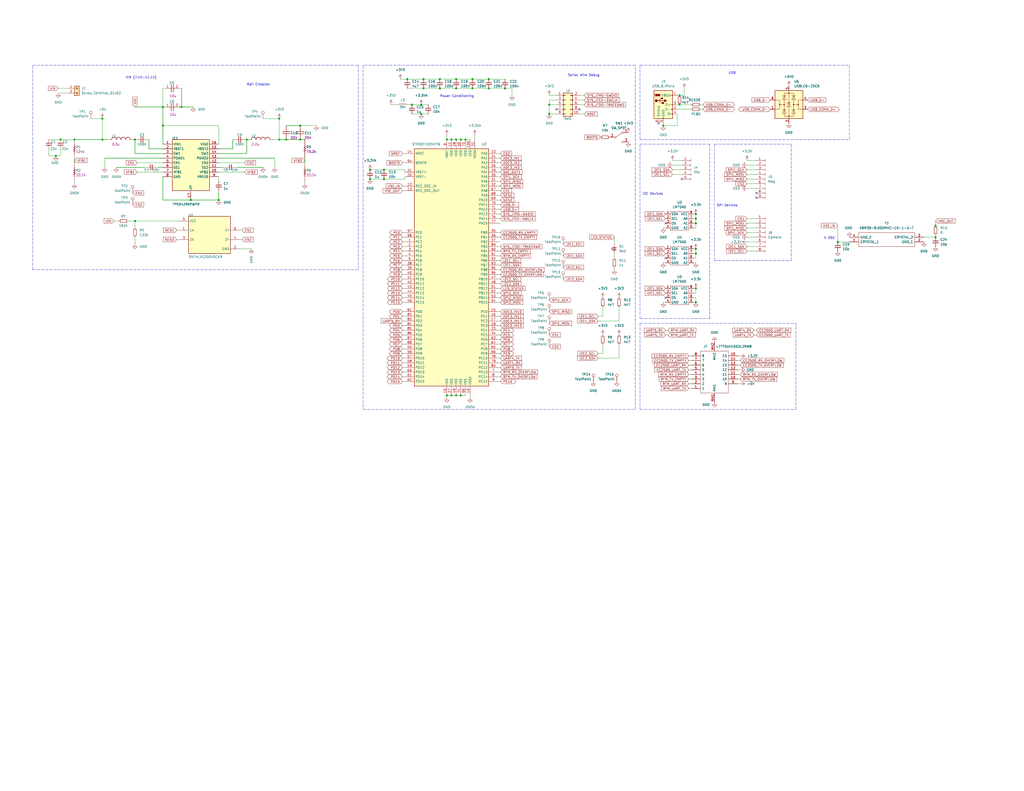
<source format=kicad_sch>
(kicad_sch (version 20211123) (generator eeschema)
  (paper "C")
  (title_block (title "Flight Computer Board") (company "UCR Senior Design"))
  (junction (at 248.92 43.18))
  (junction (at 243.84 76.2))
  (junction (at 222.25 43.18))
  (junction (at 275.59 48.26))
  (junction (at 248.92 76.2))
  (junction (at 73.66 76.2))
  (junction (at 243.84 215.9))
  (junction (at 231.14 43.18))
  (junction (at 229.87 57.15))
  (junction (at 257.81 43.18))
  (junction (at 379.73 121.92))
  (junction (at 510.54 123.19))
  (junction (at 134.62 76.2))
  (junction (at 119.38 109.22))
  (junction (at 510.54 129.54))
  (junction (at 248.92 48.26))
  (junction (at 55.88 76.2))
  (junction (at 33.02 76.2))
  (junction (at 224.79 57.15))
  (junction (at 88.9 58.42))
  (junction (at 104.14 109.22))
  (junction (at 299.72 62.23))
  (junction (at 457.2 132.08))
  (junction (at 379.73 138.43))
  (junction (at 370.84 52.07))
  (junction (at 55.88 64.77))
  (junction (at 266.7 48.26))
  (junction (at 248.92 215.9))
  (junction (at 379.73 119.38))
  (junction (at 156.21 76.2))
  (junction (at 240.03 48.26))
  (junction (at 152.4 64.77))
  (junction (at 201.93 92.71))
  (junction (at 229.87 62.23))
  (junction (at 231.14 48.26))
  (junction (at 379.73 116.84))
  (junction (at 40.64 76.2))
  (junction (at 254 76.2))
  (junction (at 379.73 157.48))
  (junction (at 240.03 43.18))
  (junction (at 163.83 68.58))
  (junction (at 257.81 48.26))
  (junction (at 209.55 97.79))
  (junction (at 246.38 76.2))
  (junction (at 299.72 57.15))
  (junction (at 370.84 57.15))
  (junction (at 251.46 76.2))
  (junction (at 209.55 92.71))
  (junction (at 246.38 215.9))
  (junction (at 251.46 215.9))
  (junction (at 361.95 68.58))
  (junction (at 30.48 85.09))
  (junction (at 152.4 76.2))
  (junction (at 73.66 120.65))
  (junction (at 88.9 68.58))
  (junction (at 99.06 58.42))
  (junction (at 379.73 165.1))
  (junction (at 379.73 135.89))
  (junction (at 266.7 43.18))
  (junction (at 201.93 97.79))
  (junction (at 163.83 76.2))
  (no_connect (at 363.22 140.97))
  (no_connect (at 363.22 121.92))
  (no_connect (at 363.22 162.56))
  (no_connect (at 372.11 97.79))
  (no_connect (at 412.75 107.95))
  (no_connect (at 412.75 105.41))
  (no_connect (at 359.41 67.31))
  (no_connect (at 303.53 59.69))
  (no_connect (at 316.23 59.69))
  (wire (pts (xy 273.05 116.84) (xy 271.78 116.84)))
  (polyline (pts (xy 349.25 78.74) (xy 349.25 173.99)))
  (wire (pts (xy 220.98 97.79) (xy 220.98 96.52)))
  (wire (pts (xy 219.71 172.72) (xy 220.98 172.72)))
  (wire (pts (xy 403.86 199.39) (xy 402.59 199.39)))
  (wire (pts (xy 149.86 76.2) (xy 152.4 76.2)))
  (wire (pts (xy 219.71 208.28) (xy 220.98 208.28)))
  (wire (pts (xy 219.71 139.7) (xy 220.98 139.7)))
  (wire (pts (xy 335.28 129.54) (xy 335.28 133.35)))
  (wire (pts (xy 271.78 127) (xy 273.05 127)))
  (wire (pts (xy 379.73 135.89) (xy 378.46 135.89)))
  (wire (pts (xy 119.38 96.52) (xy 119.38 99.06)))
  (wire (pts (xy 246.38 215.9) (xy 248.92 215.9)))
  (wire (pts (xy 219.71 198.12) (xy 220.98 198.12)))
  (polyline (pts (xy 198.12 223.52) (xy 346.71 223.52)))
  (wire (pts (xy 273.05 119.38) (xy 271.78 119.38)))
  (wire (pts (xy 273.05 175.26) (xy 271.78 175.26)))
  (wire (pts (xy 219.71 88.9) (xy 220.98 88.9)))
  (wire (pts (xy 88.9 48.26) (xy 88.9 58.42)))
  (wire (pts (xy 224.79 57.15) (xy 229.87 57.15)))
  (wire (pts (xy 367.03 92.71) (xy 372.11 92.71)))
  (wire (pts (xy 379.73 160.02) (xy 379.73 157.48)))
  (wire (pts (xy 375.92 204.47) (xy 377.19 204.47)))
  (polyline (pts (xy 346.71 223.52) (xy 346.71 35.56)))
  (wire (pts (xy 273.05 182.88) (xy 271.78 182.88)))
  (wire (pts (xy 378.46 124.46) (xy 379.73 124.46)))
  (wire (pts (xy 248.92 215.9) (xy 251.46 215.9)))
  (wire (pts (xy 219.71 187.96) (xy 220.98 187.96)))
  (wire (pts (xy 62.23 120.65) (xy 64.77 120.65)))
  (wire (pts (xy 378.46 165.1) (xy 379.73 165.1)))
  (wire (pts (xy 378.46 121.92) (xy 379.73 121.92)))
  (wire (pts (xy 254 76.2) (xy 256.54 76.2)))
  (wire (pts (xy 271.78 139.7) (xy 273.05 139.7)))
  (wire (pts (xy 328.93 187.96) (xy 328.93 193.04)))
  (wire (pts (xy 219.71 162.56) (xy 220.98 162.56)))
  (wire (pts (xy 375.92 199.39) (xy 377.19 199.39)))
  (wire (pts (xy 219.71 101.6) (xy 220.98 101.6)))
  (wire (pts (xy 403.86 201.93) (xy 402.59 201.93)))
  (wire (pts (xy 248.92 43.18) (xy 257.81 43.18)))
  (wire (pts (xy 219.71 195.58) (xy 220.98 195.58)))
  (wire (pts (xy 367.03 90.17) (xy 372.11 90.17)))
  (wire (pts (xy 163.83 76.2) (xy 166.37 76.2)) (stroke (width 0.254)))
  (wire (pts (xy 219.71 203.2) (xy 220.98 203.2)))
  (wire (pts (xy 271.78 121.92) (xy 273.05 121.92)))
  (wire (pts (xy 121.92 91.44) (xy 123.19 91.44)))
  (wire (pts (xy 243.84 76.2) (xy 246.38 76.2)))
  (wire (pts (xy 127 76.2) (xy 128.27 76.2)))
  (wire (pts (xy 375.92 194.31) (xy 377.19 194.31)))
  (wire (pts (xy 375.92 209.55) (xy 377.19 209.55)))
  (polyline (pts (xy 195.58 35.56) (xy 195.58 147.32)))
  (polyline (pts (xy 349.25 76.2) (xy 463.55 76.2)))
  (wire (pts (xy 271.78 137.16) (xy 273.05 137.16)))
  (wire (pts (xy 73.66 129.54) (xy 73.66 133.35)))
  (wire (pts (xy 96.52 130.81) (xy 97.79 130.81)))
  (wire (pts (xy 318.77 54.61) (xy 316.23 54.61)))
  (wire (pts (xy 219.71 134.62) (xy 220.98 134.62)))
  (wire (pts (xy 143.51 91.44) (xy 129.54 91.44)) (stroke (width 0.254)))
  (wire (pts (xy 219.71 154.94) (xy 220.98 154.94)))
  (wire (pts (xy 375.92 201.93) (xy 377.19 201.93)))
  (wire (pts (xy 81.28 81.28) (xy 88.9 81.28)) (stroke (width 0.254)))
  (wire (pts (xy 273.05 154.94) (xy 271.78 154.94)))
  (wire (pts (xy 231.14 43.18) (xy 240.03 43.18)))
  (wire (pts (xy 209.55 97.79) (xy 220.98 97.79)))
  (wire (pts (xy 121.92 91.44) (xy 119.38 91.44)) (stroke (width 0.254)))
  (wire (pts (xy 273.05 190.5) (xy 271.78 190.5)))
  (polyline (pts (xy 349.25 35.56) (xy 463.55 35.56)))
  (wire (pts (xy 361.95 143.51) (xy 363.22 143.51)))
  (wire (pts (xy 134.62 83.82) (xy 134.62 76.2)) (stroke (width 0.254)))
  (polyline (pts (xy 389.89 78.74) (xy 431.8 78.74)))
  (wire (pts (xy 379.73 140.97) (xy 379.73 138.43)))
  (wire (pts (xy 80.01 76.2) (xy 81.28 76.2)))
  (wire (pts (xy 367.03 95.25) (xy 372.11 95.25)))
  (wire (pts (xy 273.05 203.2) (xy 271.78 203.2)))
  (wire (pts (xy 271.78 132.08) (xy 273.05 132.08)))
  (wire (pts (xy 273.05 101.6) (xy 271.78 101.6)))
  (wire (pts (xy 55.88 64.77) (xy 55.88 76.2)))
  (wire (pts (xy 375.92 212.09) (xy 377.19 212.09)))
  (wire (pts (xy 510.54 120.65) (xy 510.54 123.19)))
  (wire (pts (xy 273.05 195.58) (xy 271.78 195.58)))
  (wire (pts (xy 40.64 99.06) (xy 40.64 100.33)))
  (wire (pts (xy 369.57 68.58) (xy 361.95 68.58)))
  (wire (pts (xy 407.67 87.63) (xy 412.75 87.63)))
  (wire (pts (xy 219.71 200.66) (xy 220.98 200.66)))
  (wire (pts (xy 163.83 68.58) (xy 156.21 68.58)) (stroke (width 0.254)))
  (wire (pts (xy 88.9 109.22) (xy 104.14 109.22)) (stroke (width 0.254)))
  (wire (pts (xy 219.71 147.32) (xy 220.98 147.32)))
  (wire (pts (xy 119.38 88.9) (xy 133.35 88.9)))
  (polyline (pts (xy 346.71 35.56) (xy 198.12 35.56)))
  (wire (pts (xy 243.84 73.66) (xy 243.84 76.2)))
  (wire (pts (xy 128.27 91.44) (xy 129.54 91.44)))
  (polyline (pts (xy 17.78 147.32) (xy 17.78 35.56)))
  (wire (pts (xy 49.53 64.77) (xy 55.88 64.77)))
  (wire (pts (xy 382.27 59.69) (xy 383.54 59.69)))
  (wire (pts (xy 88.9 58.42) (xy 73.66 58.42)) (stroke (width 0.254)))
  (wire (pts (xy 219.71 104.14) (xy 220.98 104.14)))
  (wire (pts (xy 156.21 76.2) (xy 163.83 76.2)) (stroke (width 0.254)))
  (wire (pts (xy 335.28 138.43) (xy 335.28 140.97)))
  (wire (pts (xy 40.64 86.36) (xy 40.64 88.9)) (stroke (width 0.254)))
  (wire (pts (xy 273.05 162.56) (xy 271.78 162.56)))
  (wire (pts (xy 273.05 193.04) (xy 271.78 193.04)))
  (wire (pts (xy 231.14 48.26) (xy 240.03 48.26)))
  (wire (pts (xy 378.46 160.02) (xy 379.73 160.02)))
  (wire (pts (xy 273.05 205.74) (xy 271.78 205.74)))
  (polyline (pts (xy 349.25 176.53) (xy 434.34 176.53)))
  (wire (pts (xy 90.17 48.26) (xy 88.9 48.26)))
  (wire (pts (xy 510.54 128.27) (xy 510.54 129.54)))
  (wire (pts (xy 273.05 200.66) (xy 271.78 200.66)))
  (wire (pts (xy 149.86 86.36) (xy 149.86 91.44)))
  (wire (pts (xy 403.86 196.85) (xy 402.59 196.85)))
  (wire (pts (xy 407.67 100.33) (xy 412.75 100.33)))
  (wire (pts (xy 273.05 172.72) (xy 271.78 172.72)))
  (wire (pts (xy 240.03 48.26) (xy 248.92 48.26)))
  (wire (pts (xy 370.84 57.15) (xy 377.19 57.15)))
  (wire (pts (xy 40.64 76.2) (xy 55.88 76.2)) (stroke (width 0.254)))
  (wire (pts (xy 219.71 190.5) (xy 220.98 190.5)))
  (wire (pts (xy 361.95 165.1) (xy 363.22 165.1)))
  (wire (pts (xy 407.67 124.46) (xy 412.75 124.46)))
  (wire (pts (xy 219.71 152.4) (xy 220.98 152.4)))
  (wire (pts (xy 407.67 102.87) (xy 412.75 102.87)))
  (wire (pts (xy 86.36 91.44) (xy 88.9 91.44)) (stroke (width 0.254)))
  (wire (pts (xy 337.82 187.96) (xy 337.82 195.58)))
  (wire (pts (xy 73.66 76.2) (xy 73.66 83.82)) (stroke (width 0.254)))
  (wire (pts (xy 219.71 180.34) (xy 220.98 180.34)))
  (polyline (pts (xy 434.34 223.52) (xy 434.34 176.53)))
  (wire (pts (xy 328.93 193.04) (xy 326.39 193.04)))
  (wire (pts (xy 411.48 180.34) (xy 412.75 180.34)))
  (wire (pts (xy 407.67 127) (xy 412.75 127)))
  (polyline (pts (xy 389.89 142.24) (xy 431.8 142.24)))
  (wire (pts (xy 273.05 99.06) (xy 271.78 99.06)))
  (wire (pts (xy 407.67 137.16) (xy 412.75 137.16)))
  (wire (pts (xy 378.46 138.43) (xy 379.73 138.43)))
  (wire (pts (xy 229.87 62.23) (xy 233.68 62.23)))
  (wire (pts (xy 201.93 92.71) (xy 209.55 92.71)))
  (wire (pts (xy 132.08 125.73) (xy 130.81 125.73)))
  (polyline (pts (xy 195.58 147.32) (xy 17.78 147.32)))
  (wire (pts (xy 299.72 57.15) (xy 303.53 57.15)))
  (wire (pts (xy 57.15 86.36) (xy 88.9 86.36)) (stroke (width 0.254)))
  (wire (pts (xy 31.75 50.8) (xy 36.83 50.8)))
  (wire (pts (xy 201.93 97.79) (xy 209.55 97.79)))
  (wire (pts (xy 328.93 167.64) (xy 328.93 172.72)))
  (wire (pts (xy 119.38 83.82) (xy 134.62 83.82)) (stroke (width 0.254)))
  (polyline (pts (xy 387.35 173.99) (xy 387.35 78.74)))
  (wire (pts (xy 379.73 121.92) (xy 379.73 119.38)))
  (wire (pts (xy 163.83 68.58) (xy 172.72 68.58)))
  (wire (pts (xy 58.42 76.2) (xy 55.88 76.2)) (stroke (width 0.254)))
  (wire (pts (xy 219.71 205.74) (xy 220.98 205.74)))
  (wire (pts (xy 271.78 147.32) (xy 273.05 147.32)))
  (wire (pts (xy 219.71 165.1) (xy 220.98 165.1)))
  (wire (pts (xy 273.05 180.34) (xy 271.78 180.34)))
  (wire (pts (xy 271.78 129.54) (xy 273.05 129.54)))
  (wire (pts (xy 318.77 52.07) (xy 316.23 52.07)))
  (wire (pts (xy 303.53 54.61) (xy 299.72 54.61)))
  (wire (pts (xy 73.66 120.65) (xy 73.66 124.46)))
  (wire (pts (xy 273.05 165.1) (xy 271.78 165.1)))
  (wire (pts (xy 220.98 92.71) (xy 220.98 93.98)))
  (wire (pts (xy 266.7 48.26) (xy 275.59 48.26)))
  (wire (pts (xy 133.35 93.98) (xy 119.38 93.98)))
  (wire (pts (xy 299.72 57.15) (xy 299.72 62.23)))
  (wire (pts (xy 273.05 88.9) (xy 271.78 88.9)))
  (wire (pts (xy 73.66 83.82) (xy 88.9 83.82)) (stroke (width 0.254)))
  (wire (pts (xy 78.74 91.44) (xy 80.01 91.44)))
  (wire (pts (xy 407.67 132.08) (xy 412.75 132.08)))
  (wire (pts (xy 407.67 97.79) (xy 412.75 97.79)))
  (wire (pts (xy 457.2 123.19) (xy 457.2 132.08)))
  (polyline (pts (xy 349.25 173.99) (xy 387.35 173.99)))
  (wire (pts (xy 363.22 182.88) (xy 364.49 182.88)))
  (wire (pts (xy 88.9 78.74) (xy 88.9 68.58)) (stroke (width 0.254)))
  (wire (pts (xy 273.05 142.24) (xy 271.78 142.24)))
  (wire (pts (xy 219.71 129.54) (xy 220.98 129.54)))
  (wire (pts (xy 74.93 88.9) (xy 88.9 88.9)))
  (wire (pts (xy 273.05 114.3) (xy 271.78 114.3)))
  (wire (pts (xy 373.38 52.07) (xy 373.38 48.26)))
  (wire (pts (xy 73.66 120.65) (xy 97.79 120.65)))
  (wire (pts (xy 271.78 104.14) (xy 273.05 104.14)))
  (wire (pts (xy 299.72 52.07) (xy 303.53 52.07)))
  (wire (pts (xy 251.46 215.9) (xy 254 215.9)))
  (wire (pts (xy 273.05 170.18) (xy 271.78 170.18)))
  (wire (pts (xy 119.38 81.28) (xy 127 81.28)) (stroke (width 0.254)))
  (wire (pts (xy 130.81 135.89) (xy 137.16 135.89)))
  (wire (pts (xy 74.93 93.98) (xy 88.9 93.98)))
  (wire (pts (xy 378.46 162.56) (xy 379.73 162.56)))
  (polyline (pts (xy 349.25 78.74) (xy 387.35 78.74)))
  (wire (pts (xy 99.06 48.26) (xy 99.06 58.42)) (stroke (width 0.254)))
  (wire (pts (xy 273.05 91.44) (xy 271.78 91.44)))
  (polyline (pts (xy 17.78 35.56) (xy 195.58 35.56)))
  (wire (pts (xy 271.78 157.48) (xy 273.05 157.48)))
  (wire (pts (xy 219.71 160.02) (xy 220.98 160.02)))
  (wire (pts (xy 243.84 217.17) (xy 243.84 215.9)))
  (wire (pts (xy 403.86 194.31) (xy 402.59 194.31)))
  (polyline (pts (xy 349.25 176.53) (xy 349.25 223.52)))
  (wire (pts (xy 259.08 73.66) (xy 259.08 76.2)))
  (wire (pts (xy 219.71 132.08) (xy 220.98 132.08)))
  (wire (pts (xy 256.54 215.9) (xy 256.54 217.17)))
  (wire (pts (xy 273.05 144.78) (xy 271.78 144.78)))
  (wire (pts (xy 57.15 86.36) (xy 57.15 91.44)))
  (wire (pts (xy 273.05 177.8) (xy 271.78 177.8)))
  (wire (pts (xy 152.4 76.2) (xy 156.21 76.2)) (stroke (width 0.254)))
  (wire (pts (xy 81.28 76.2) (xy 81.28 81.28)) (stroke (width 0.254)))
  (polyline (pts (xy 431.8 142.24) (xy 431.8 78.74)))
  (wire (pts (xy 99.06 48.26) (xy 97.79 48.26)))
  (wire (pts (xy 251.46 76.2) (xy 254 76.2)))
  (wire (pts (xy 273.05 208.28) (xy 271.78 208.28)))
  (wire (pts (xy 33.02 81.28) (xy 33.02 85.09)))
  (wire (pts (xy 213.36 57.15) (xy 217.17 57.15)))
  (wire (pts (xy 378.46 119.38) (xy 379.73 119.38)))
  (wire (pts (xy 271.78 83.82) (xy 273.05 83.82)))
  (wire (pts (xy 379.73 119.38) (xy 379.73 116.84)))
  (wire (pts (xy 370.84 57.15) (xy 369.57 57.15)))
  (wire (pts (xy 273.05 106.68) (xy 271.78 106.68)))
  (wire (pts (xy 279.4 52.07) (xy 279.4 48.26)))
  (wire (pts (xy 33.02 85.09) (xy 30.48 85.09)))
  (wire (pts (xy 379.73 124.46) (xy 379.73 121.92)))
  (wire (pts (xy 273.05 198.12) (xy 271.78 198.12)))
  (wire (pts (xy 328.93 172.72) (xy 326.39 172.72)))
  (wire (pts (xy 403.86 209.55) (xy 402.59 209.55)))
  (wire (pts (xy 407.67 95.25) (xy 412.75 95.25)))
  (wire (pts (xy 363.22 180.34) (xy 364.49 180.34)))
  (wire (pts (xy 273.05 96.52) (xy 271.78 96.52)))
  (wire (pts (xy 99.06 58.42) (xy 97.79 58.42)))
  (polyline (pts (xy 349.25 223.52) (xy 434.34 223.52)))
  (wire (pts (xy 369.57 52.07) (xy 370.84 52.07)))
  (wire (pts (xy 337.82 195.58) (xy 326.39 195.58)))
  (wire (pts (xy 219.71 142.24) (xy 220.98 142.24)))
  (polyline (pts (xy 349.25 35.56) (xy 349.25 76.2)))
  (wire (pts (xy 119.38 105.41) (xy 119.38 109.22)) (stroke (width 0.254)))
  (wire (pts (xy 243.84 215.9) (xy 246.38 215.9)))
  (wire (pts (xy 26.67 81.28) (xy 26.67 85.09)))
  (wire (pts (xy 337.82 175.26) (xy 326.39 175.26)))
  (wire (pts (xy 361.95 124.46) (xy 363.22 124.46)))
  (wire (pts (xy 219.71 144.78) (xy 220.98 144.78)))
  (wire (pts (xy 99.06 58.42) (xy 97.79 58.42)) (stroke (width 0.254)))
  (wire (pts (xy 273.05 86.36) (xy 271.78 86.36)))
  (wire (pts (xy 166.37 99.06) (xy 166.37 100.33)))
  (wire (pts (xy 240.03 43.18) (xy 248.92 43.18)))
  (wire (pts (xy 407.67 92.71) (xy 412.75 92.71)))
  (wire (pts (xy 219.71 149.86) (xy 220.98 149.86)))
  (wire (pts (xy 257.81 48.26) (xy 266.7 48.26)))
  (wire (pts (xy 133.35 76.2) (xy 134.62 76.2)))
  (wire (pts (xy 379.73 138.43) (xy 379.73 135.89)))
  (wire (pts (xy 273.05 187.96) (xy 271.78 187.96)))
  (wire (pts (xy 375.92 196.85) (xy 377.19 196.85)))
  (wire (pts (xy 209.55 92.71) (xy 220.98 92.71)))
  (wire (pts (xy 299.72 54.61) (xy 299.72 57.15)))
  (wire (pts (xy 335.28 147.32) (xy 335.28 146.05)))
  (wire (pts (xy 510.54 123.19) (xy 510.54 124.46)))
  (wire (pts (xy 273.05 111.76) (xy 271.78 111.76)))
  (wire (pts (xy 316.23 57.15) (xy 318.77 57.15)))
  (wire (pts (xy 407.67 129.54) (xy 412.75 129.54)))
  (wire (pts (xy 229.87 57.15) (xy 233.68 57.15)))
  (wire (pts (xy 370.84 52.07) (xy 373.38 52.07)))
  (wire (pts (xy 88.9 96.52) (xy 88.9 109.22)) (stroke (width 0.254)))
  (wire (pts (xy 375.92 207.01) (xy 377.19 207.01)))
  (wire (pts (xy 119.38 104.14) (xy 119.38 105.41)))
  (wire (pts (xy 119.38 109.22) (xy 104.14 109.22)) (stroke (width 0.254)))
  (wire (pts (xy 273.05 185.42) (xy 271.78 185.42)))
  (polyline (pts (xy 463.55 76.2) (xy 463.55 35.56)))
  (wire (pts (xy 222.25 57.15) (xy 224.79 57.15)))
  (wire (pts (xy 257.81 43.18) (xy 266.7 43.18)))
  (wire (pts (xy 266.7 43.18) (xy 275.59 43.18)))
  (wire (pts (xy 88.9 68.58) (xy 119.38 68.58)))
  (wire (pts (xy 105.41 58.42) (xy 99.06 58.42)) (stroke (width 0.254)))
  (wire (pts (xy 403.86 204.47) (xy 402.59 204.47)))
  (wire (pts (xy 361.95 68.58) (xy 361.95 67.31)))
  (wire (pts (xy 275.59 48.26) (xy 279.4 48.26)))
  (wire (pts (xy 127 81.28) (xy 127 76.2)) (stroke (width 0.254)))
  (wire (pts (xy 248.92 76.2) (xy 251.46 76.2)))
  (wire (pts (xy 119.38 78.74) (xy 119.38 68.58)))
  (wire (pts (xy 222.25 43.18) (xy 231.14 43.18)))
  (wire (pts (xy 219.71 175.26) (xy 220.98 175.26)))
  (wire (pts (xy 219.71 177.8) (xy 220.98 177.8)))
  (wire (pts (xy 273.05 134.62) (xy 271.78 134.62)))
  (wire (pts (xy 367.03 87.63) (xy 372.11 87.63)))
  (wire (pts (xy 378.46 140.97) (xy 379.73 140.97)))
  (wire (pts (xy 33.02 76.2) (xy 40.64 76.2)))
  (wire (pts (xy 224.79 62.23) (xy 229.87 62.23)))
  (wire (pts (xy 96.52 125.73) (xy 97.79 125.73)))
  (wire (pts (xy 219.71 137.16) (xy 220.98 137.16)))
  (wire (pts (xy 152.4 64.77) (xy 152.4 76.2)))
  (wire (pts (xy 219.71 193.04) (xy 220.98 193.04)))
  (wire (pts (xy 69.85 120.65) (xy 73.66 120.65)))
  (wire (pts (xy 166.37 86.36) (xy 166.37 88.9)) (stroke (width 0.254)))
  (wire (pts (xy 85.09 91.44) (xy 86.36 91.44)))
  (wire (pts (xy 337.82 167.64) (xy 337.82 175.26)))
  (wire (pts (xy 369.57 59.69) (xy 377.19 59.69)))
  (wire (pts (xy 407.67 134.62) (xy 412.75 134.62)))
  (polyline (pts (xy 389.89 78.74) (xy 389.89 142.24)))
  (wire (pts (xy 273.05 160.02) (xy 271.78 160.02)))
  (wire (pts (xy 219.71 185.42) (xy 220.98 185.42)))
  (wire (pts (xy 457.2 132.08) (xy 463.55 132.08)))
  (wire (pts (xy 407.67 90.17) (xy 412.75 90.17)))
  (wire (pts (xy 379.73 162.56) (xy 379.73 165.1)))
  (wire (pts (xy 31.75 48.26) (xy 36.83 48.26)))
  (wire (pts (xy 219.71 170.18) (xy 220.98 170.18)))
  (wire (pts (xy 219.71 127) (xy 220.98 127)))
  (wire (pts (xy 379.73 116.84) (xy 378.46 116.84)))
  (wire (pts (xy 149.86 86.36) (xy 119.38 86.36)) (stroke (width 0.254)))
  (wire (pts (xy 504.19 129.54) (xy 510.54 129.54)))
  (wire (pts (xy 407.67 119.38) (xy 412.75 119.38)))
  (wire (pts (xy 219.71 182.88) (xy 220.98 182.88)))
  (wire (pts (xy 219.71 157.48) (xy 220.98 157.48)))
  (polyline (pts (xy 198.12 35.56) (xy 198.12 223.52)))
  (wire (pts (xy 26.67 85.09) (xy 30.48 85.09)))
  (wire (pts (xy 369.57 62.23) (xy 369.57 68.58)))
  (wire (pts (xy 132.08 130.81) (xy 130.81 130.81)))
  (wire (pts (xy 90.17 58.42) (xy 88.9 58.42)))
  (wire (pts (xy 299.72 62.23) (xy 303.53 62.23)))
  (wire (pts (xy 88.9 68.58) (xy 88.9 58.42)) (stroke (width 0.254)))
  (wire (pts (xy 63.5 91.44) (xy 78.74 91.44)) (stroke (width 0.254)))
  (wire (pts (xy 407.67 121.92) (xy 412.75 121.92)))
  (wire (pts (xy 411.48 182.88) (xy 412.75 182.88)))
  (wire (pts (xy 219.71 83.82) (xy 220.98 83.82)))
  (wire (pts (xy 222.25 48.26) (xy 231.14 48.26)))
  (wire (pts (xy 73.66 76.2) (xy 74.93 76.2)))
  (wire (pts (xy 26.67 76.2) (xy 33.02 76.2)))
  (wire (pts (xy 379.73 157.48) (xy 378.46 157.48)))
  (wire (pts (xy 382.27 57.15) (xy 383.54 57.15)))
  (wire (pts (xy 248.92 48.26) (xy 257.81 48.26)))
  (wire (pts (xy 273.05 93.98) (xy 271.78 93.98)))
  (wire (pts (xy 218.44 43.18) (xy 222.25 43.18)))
  (wire (pts (xy 316.23 62.23) (xy 318.77 62.23)))
  (wire (pts (xy 271.78 149.86) (xy 273.05 149.86)))
  (wire (pts (xy 246.38 76.2) (xy 248.92 76.2)))
  (wire (pts (xy 273.05 109.22) (xy 271.78 109.22)))
  (wire (pts (xy 403.86 207.01) (xy 402.59 207.01)))
  (wire (pts (xy 378.46 143.51) (xy 379.73 143.51)))
  (wire (pts (xy 143.51 64.77) (xy 152.4 64.77)))
  (wire (pts (xy 273.05 152.4) (xy 271.78 152.4)))
  (text "VIN {7.4V-11.1V}" (at 68.58 43.18 180) (effects (font (size 1.27 1.27)) (justify left bottom)))
  (text "USB" (at 397.51 40.64 0) (effects (font (size 1.27 1.27)) (justify left bottom)))
  (text "I2C Devices" (at 350.52 106.68 0) (effects (font (size 1.27 1.27)) (justify left bottom)))
  (text "X OSC" (at 449.58 130.81 0) (effects (font (size 1.27 1.27)) (justify left bottom)))
  (text "Serial Wire Debug" (at 309.88 41.91 0) (effects (font (size 1.27 1.27)) (justify left bottom)))
  (text "SPI Devices\n" (at 391.16 113.03 0) (effects (font (size 1.27 1.27)) (justify left bottom)))
  (text "Rail Creation" (at 134.62 46.99 0) (effects (font (size 1.27 1.27)) (justify left bottom)))
  (text "Power Conditioning" (at 240.03 53.34 0) (effects (font (size 1.27 1.27)) (justify left bottom)))
  (global_label "PD3" (shape bidirectional) (at 219.71 177.8 180) (property "Intersheet References" "${INTERSHEET_REFS}" (effects hide)))
  (global_label "UART5_RX" (shape input) (at 363.22 180.34 180) (property "Intersheet References" "${INTERSHEET_REFS}" (effects hide)))
  (global_label "CC2500_UART_TX" (shape input) (at 412.75 182.88 0) (property "Intersheet References" "${INTERSHEET_REFS}" (effects hide)))
  (global_label "USB_D+" (shape input) (at 440.69 54.61 0) (property "Intersheet References" "${INTERSHEET_REFS}" (effects hide)))
  (global_label "I2C1_SCL" (shape input) (at 367.03 95.25 180) (property "Intersheet References" "${INTERSHEET_REFS}" (effects hide)))
  (global_label "HSE_IN" (shape input) (at 219.71 101.6 180) (property "Intersheet References" "${INTERSHEET_REFS}" (effects hide)))
  (global_label "PE3" (shape bidirectional) (at 219.71 134.62 180) (property "Intersheet References" "${INTERSHEET_REFS}" (effects hide)))
  (global_label "UART5_TX" (shape input) (at 363.22 182.88 180) (property "Intersheet References" "${INTERSHEET_REFS}" (effects hide)))
  (global_label "SPI2_MISO" (shape input) (at 273.05 162.56 0) (property "Intersheet References" "${INTERSHEET_REFS}" (effects hide)))
  (global_label "SYS_JTMS-SWDIO" (shape input) (at 318.77 52.07 0) (property "Intersheet References" "${INTERSHEET_REFS}" (effects hide)))
  (global_label "UART4_TX" (shape input) (at 273.05 195.58 0) (property "Intersheet References" "${INTERSHEET_REFS}" (effects hide)))
  (global_label "PE0" (shape bidirectional) (at 219.71 127 180) (property "Intersheet References" "${INTERSHEET_REFS}" (effects hide)))
  (global_label "CS2" (shape input) (at 273.05 83.82 0) (property "Intersheet References" "${INTERSHEET_REFS}" (effects hide)))
  (global_label "PC9" (shape bidirectional) (at 273.05 193.04 0) (property "Intersheet References" "${INTERSHEET_REFS}" (effects hide)))
  (global_label "I2C2_SCL" (shape input) (at 273.05 152.4 0) (property "Intersheet References" "${INTERSHEET_REFS}" (effects hide)))
  (global_label "RFM_UART_RX" (shape input) (at 364.49 180.34 0) (property "Intersheet References" "${INTERSHEET_REFS}" (effects hide)))
  (global_label "NRST" (shape input) (at 219.71 83.82 180) (property "Intersheet References" "${INTERSHEET_REFS}" (effects hide)))
  (global_label "CC2500_UART_RX" (shape input) (at 375.92 199.39 180) (property "Intersheet References" "${INTERSHEET_REFS}" (effects hide)))
  (global_label "I2C1_SDA" (shape input) (at 273.05 144.78 0) (property "Intersheet References" "${INTERSHEET_REFS}" (effects hide)))
  (global_label "HSE_IN" (shape input) (at 457.2 123.19 180) (property "Intersheet References" "${INTERSHEET_REFS}" (effects hide)))
  (global_label "PE13" (shape bidirectional) (at 219.71 160.02 180) (property "Intersheet References" "${INTERSHEET_REFS}" (effects hide)))
  (global_label "PD8" (shape bidirectional) (at 219.71 190.5 180) (property "Intersheet References" "${INTERSHEET_REFS}" (effects hide)))
  (global_label "RFM_TX_EMPTY" (shape input) (at 375.92 207.01 180) (property "Intersheet References" "${INTERSHEET_REFS}" (effects hide)))
  (global_label "SPI2_MOSI" (shape input) (at 273.05 165.1 0) (property "Intersheet References" "${INTERSHEET_REFS}" (effects hide)))
  (global_label "PE15" (shape bidirectional) (at 219.71 165.1 180) (property "Intersheet References" "${INTERSHEET_REFS}" (effects hide)))
  (global_label "PD11" (shape bidirectional) (at 219.71 198.12 180) (property "Intersheet References" "${INTERSHEET_REFS}" (effects hide)))
  (global_label "CC2500_TX_OVERFLOW" (shape input) (at 403.86 199.39 0) (property "Intersheet References" "${INTERSHEET_REFS}" (effects hide)))
  (global_label "CC2500_TX_OVERFLOW" (shape input) (at 273.05 149.86 0) (property "Intersheet References" "${INTERSHEET_REFS}" (effects hide)))
  (global_label "RFM_UART_RX" (shape input) (at 375.92 209.55 180) (property "Intersheet References" "${INTERSHEET_REFS}" (effects hide)))
  (global_label "CS2" (shape input) (at 299.72 189.23 0) (property "Intersheet References" "${INTERSHEET_REFS}" (effects hide)))
  (global_label "NEN2" (shape input) (at 96.52 130.81 180) (property "Intersheet References" "${INTERSHEET_REFS}" (effects hide)))
  (global_label "CC2500_UART_RX" (shape input) (at 412.75 180.34 0) (property "Intersheet References" "${INTERSHEET_REFS}" (effects hide)))
  (global_label "CC2500_RX_EMPTY" (shape input) (at 273.05 127 0) (property "Intersheet References" "${INTERSHEET_REFS}" (effects hide)))
  (global_label "CC2500_RX_EMPTY" (shape input) (at 375.92 194.31 180) (property "Intersheet References" "${INTERSHEET_REFS}" (effects hide)))
  (global_label "VFB2" (shape input) (at 166.37 87.63 180) (property "Intersheet References" "${INTERSHEET_REFS}" (effects hide)))
  (global_label "CS1" (shape input) (at 273.05 104.14 0) (property "Intersheet References" "${INTERSHEET_REFS}" (effects hide)))
  (global_label "PC7" (shape bidirectional) (at 273.05 187.96 0) (property "Intersheet References" "${INTERSHEET_REFS}" (effects hide)))
  (global_label "I2C1_SDA" (shape input) (at 407.67 134.62 180) (property "Intersheet References" "${INTERSHEET_REFS}" (effects hide)))
  (global_label "PC15" (shape bidirectional) (at 273.05 208.28 0) (property "Intersheet References" "${INTERSHEET_REFS}" (effects hide)))
  (global_label "BOOT0" (shape input) (at 219.71 88.9 180) (property "Intersheet References" "${INTERSHEET_REFS}" (effects hide)))
  (global_label "PD14" (shape bidirectional) (at 219.71 205.74 180) (property "Intersheet References" "${INTERSHEET_REFS}" (effects hide)))
  (global_label "USB_D+" (shape input) (at 273.05 114.3 0) (property "Intersheet References" "${INTERSHEET_REFS}" (effects hide)))
  (global_label "SPI1_MISO" (shape input) (at 407.67 124.46 180) (property "Intersheet References" "${INTERSHEET_REFS}" (effects hide)))
  (global_label "RFM_RX_OVERFLOW" (shape input) (at 273.05 203.2 0) (property "Intersheet References" "${INTERSHEET_REFS}" (effects hide)))
  (global_label "PD12" (shape bidirectional) (at 219.71 200.66 180) (property "Intersheet References" "${INTERSHEET_REFS}" (effects hide)))
  (global_label "NEN2" (shape input) (at 273.05 109.22 0) (property "Intersheet References" "${INTERSHEET_REFS}" (effects hide)))
  (global_label "ADC3_IN1" (shape input) (at 273.05 86.36 0) (property "Intersheet References" "${INTERSHEET_REFS}" (effects hide)))
  (global_label "SYS_JTDO-TRACESWO" (shape input) (at 273.05 134.62 0) (property "Intersheet References" "${INTERSHEET_REFS}" (effects hide)))
  (global_label "RFM_UART_TX" (shape input) (at 364.49 182.88 0) (property "Intersheet References" "${INTERSHEET_REFS}" (effects hide)))
  (global_label "I2C1_SCL" (shape input) (at 307.34 133.35 0) (property "Intersheet References" "${INTERSHEET_REFS}" (effects hide)))
  (global_label "CC2500_TX_EMPTY" (shape input) (at 375.92 196.85 180) (property "Intersheet References" "${INTERSHEET_REFS}" (effects hide)))
  (global_label "CS2" (shape input) (at 407.67 100.33 180) (property "Intersheet References" "${INTERSHEET_REFS}" (effects hide)))
  (global_label "PD7" (shape bidirectional) (at 219.71 187.96 180) (property "Intersheet References" "${INTERSHEET_REFS}" (effects hide)))
  (global_label "I2C2_SDA" (shape input) (at 326.39 195.58 180) (property "Intersheet References" "${INTERSHEET_REFS}" (effects hide)))
  (global_label "PE8" (shape bidirectional) (at 219.71 147.32 180) (property "Intersheet References" "${INTERSHEET_REFS}" (effects hide)))
  (global_label "LED_STATUS" (shape input) (at 335.28 129.54 180) (property "Intersheet References" "${INTERSHEET_REFS}" (effects hide)))
  (global_label "SPI1_MOSI" (shape input) (at 407.67 95.25 180) (property "Intersheet References" "${INTERSHEET_REFS}" (effects hide)))
  (global_label "EN1" (shape input) (at 132.08 125.73 0) (property "Intersheet References" "${INTERSHEET_REFS}" (effects hide)))
  (global_label "USB_CONN_D+" (shape bidirectional) (at 440.69 59.69 0) (property "Intersheet References" "${INTERSHEET_REFS}" (effects hide)))
  (global_label "RFM_TX_OVERFLOW" (shape input) (at 273.05 205.74 0) (property "Intersheet References" "${INTERSHEET_REFS}" (effects hide)))
  (global_label "PE9" (shape bidirectional) (at 219.71 149.86 180) (property "Intersheet References" "${INTERSHEET_REFS}" (effects hide)))
  (global_label "I2C1_SCL" (shape input) (at 273.05 142.24 0) (property "Intersheet References" "${INTERSHEET_REFS}" (effects hide)))
  (global_label "EN2" (shape input) (at 72.39 111.76 0) (property "Intersheet References" "${INTERSHEET_REFS}" (effects hide)))
  (global_label "RFM_RX_EMPTY" (shape input) (at 375.92 204.47 180) (property "Intersheet References" "${INTERSHEET_REFS}" (effects hide)))
  (global_label "CC2500_RX_OVERFLOW" (shape input) (at 403.86 196.85 0) (property "Intersheet References" "${INTERSHEET_REFS}" (effects hide)))
  (global_label "UART4_RX" (shape input) (at 273.05 198.12 0) (property "Intersheet References" "${INTERSHEET_REFS}" (effects hide)))
  (global_label "CS1" (shape input) (at 299.72 182.88 0) (property "Intersheet References" "${INTERSHEET_REFS}" (effects hide)))
  (global_label "RFM_RX_OVERFLOW" (shape input) (at 403.86 204.47 0) (property "Intersheet References" "${INTERSHEET_REFS}" (effects hide)))
  (global_label "PE11" (shape bidirectional) (at 219.71 154.94 180) (property "Intersheet References" "${INTERSHEET_REFS}" (effects hide)))
  (global_label "PD0" (shape bidirectional) (at 219.71 170.18 180) (property "Intersheet References" "${INTERSHEET_REFS}" (effects hide)))
  (global_label "UART5_TX" (shape input) (at 273.05 200.66 0) (property "Intersheet References" "${INTERSHEET_REFS}" (effects hide)))
  (global_label "SPI1_SCK" (shape input) (at 407.67 127 180) (property "Intersheet References" "${INTERSHEET_REFS}" (effects hide)))
  (global_label "RFM_RX_EMPTY" (shape input) (at 273.05 139.7 0) (property "Intersheet References" "${INTERSHEET_REFS}" (effects hide)))
  (global_label "USB_D-" (shape input) (at 273.05 111.76 0) (property "Intersheet References" "${INTERSHEET_REFS}" (effects hide)))
  (global_label "RFM_UART_TX" (shape input) (at 375.92 212.09 180) (property "Intersheet References" "${INTERSHEET_REFS}" (effects hide)))
  (global_label "I2C1_SCL" (shape input) (at 363.22 138.43 180) (property "Intersheet References" "${INTERSHEET_REFS}" (effects hide)))
  (global_label "SPI1_MOSI" (shape input) (at 273.05 101.6 0) (property "Intersheet References" "${INTERSHEET_REFS}" (effects hide)))
  (global_label "I2C1_SDA" (shape input) (at 363.22 157.48 180) (property "Intersheet References" "${INTERSHEET_REFS}" (effects hide)))
  (global_label "I2C1_SDA" (shape input) (at 363.22 116.84 180) (property "Intersheet References" "${INTERSHEET_REFS}" (effects hide)))
  (global_label "PD10" (shape bidirectional) (at 219.71 195.58 180) (property "Intersheet References" "${INTERSHEET_REFS}" (effects hide)))
  (global_label "DAC_OUT1" (shape input) (at 273.05 93.98 0) (property "Intersheet References" "${INTERSHEET_REFS}" (effects hide)))
  (global_label "PD15" (shape bidirectional) (at 219.71 208.28 180) (property "Intersheet References" "${INTERSHEET_REFS}" (effects hide)))
  (global_label "SPI1_SCK" (shape input) (at 407.67 92.71 180) (property "Intersheet References" "${INTERSHEET_REFS}" (effects hide)))
  (global_label "PE1" (shape bidirectional) (at 219.71 129.54 180) (property "Intersheet References" "${INTERSHEET_REFS}" (effects hide)))
  (global_label "EN2" (shape input) (at 133.35 88.9 0) (property "Intersheet References" "${INTERSHEET_REFS}" (effects hide)))
  (global_label "NRST" (shape input) (at 318.77 62.23 0) (property "Intersheet References" "${INTERSHEET_REFS}" (effects hide)))
  (global_label "EN1" (shape input) (at 72.39 105.41 0) (property "Intersheet References" "${INTERSHEET_REFS}" (effects hide)))
  (global_label "SPI2_SCK" (shape input) (at 273.05 160.02 0) (property "Intersheet References" "${INTERSHEET_REFS}" (effects hide)))
  (global_label "VIN" (shape input) (at 62.23 120.65 180) (property "Intersheet References" "${INTERSHEET_REFS}" (effects hide)))
  (global_label "EN1" (shape input) (at 74.93 88.9 180) (property "Intersheet References" "${INTERSHEET_REFS}" (effects hide)))
  (global_label "VFB2" (shape input) (at 133.35 93.98 0) (property "Intersheet References" "${INTERSHEET_REFS}" (effects hide)))
  (global_label "ADC3_IN13" (shape input) (at 273.05 177.8 0) (property "Intersheet References" "${INTERSHEET_REFS}" (effects hide)))
  (global_label "I2C1_SCL" (shape input) (at 326.39 172.72 180) (property "Intersheet References" "${INTERSHEET_REFS}" (effects hide)))
  (global_label "VFB1" (shape input) (at 74.93 93.98 180) (property "Intersheet References" "${INTERSHEET_REFS}" (effects hide)))
  (global_label "HSE_OUT" (shape input) (at 510.54 120.65 0) (property "Intersheet References" "${INTERSHEET_REFS}" (effects hide)))
  (global_label "SYS_JTCK-SWCLK" (shape input) (at 273.05 119.38 0) (property "Intersheet References" "${INTERSHEET_REFS}" (effects hide)))
  (global_label "UART5_RX" (shape input) (at 219.71 175.26 180) (property "Intersheet References" "${INTERSHEET_REFS}" (effects hide)))
  (global_label "I2C1_SDA" (shape input) (at 363.22 135.89 180) (property "Intersheet References" "${INTERSHEET_REFS}" (effects hide)))
  (global_label "CC2500_TX_EMPTY" (shape input) (at 273.05 129.54 0) (property "Intersheet References" "${INTERSHEET_REFS}" (effects hide)))
  (global_label "CS1" (shape input) (at 407.67 119.38 180) (property "Intersheet References" "${INTERSHEET_REFS}" (effects hide)))
  (global_label "UART4_TX" (shape input) (at 411.48 182.88 180) (property "Intersheet References" "${INTERSHEET_REFS}" (effects hide)))
  (global_label "ADC3_IN10" (shape input) (at 273.05 170.18 0) (property "Intersheet References" "${INTERSHEET_REFS}" (effects hide)))
  (global_label "NEN1" (shape input) (at 96.52 125.73 180) (property "Intersheet References" "${INTERSHEET_REFS}" (effects hide)))
  (global_label "I2C2_SCL" (shape input) (at 326.39 193.04 180) (property "Intersheet References" "${INTERSHEET_REFS}" (effects hide)))
  (global_label "USB_CONN_D+" (shape bidirectional) (at 383.54 57.15 0) (property "Intersheet References" "${INTERSHEET_REFS}" (effects hide)))
  (global_label "PE4" (shape bidirectional) (at 219.71 137.16 180) (property "Intersheet References" "${INTERSHEET_REFS}" (effects hide)))
  (global_label "RFM_TX_EMPTY" (shape input) (at 273.05 137.16 0) (property "Intersheet References" "${INTERSHEET_REFS}" (effects hide)))
  (global_label "I2C2_SCL" (shape input) (at 307.34 146.05 0) (property "Intersheet References" "${INTERSHEET_REFS}" (effects hide)))
  (global_label "SPI1_MISO" (shape input) (at 273.05 99.06 0) (property "Intersheet References" "${INTERSHEET_REFS}" (effects hide)))
  (global_label "RFM_TX_OVERFLOW" (shape input) (at 403.86 207.01 0) (property "Intersheet References" "${INTERSHEET_REFS}" (effects hide)))
  (global_label "PE5" (shape bidirectional) (at 219.71 139.7 180) (property "Intersheet References" "${INTERSHEET_REFS}" (effects hide)))
  (global_label "USB_CONN_D-" (shape bidirectional) (at 420.37 59.69 180) (property "Intersheet References" "${INTERSHEET_REFS}" (effects hide)))
  (global_label "I2C2_SDA" (shape input) (at 273.05 154.94 0) (property "Intersheet References" "${INTERSHEET_REFS}" (effects hide)))
  (global_label "I2C1_SDA" (shape input) (at 326.39 175.26 180) (property "Intersheet References" "${INTERSHEET_REFS}" (effects hide)))
  (global_label "PD13" (shape bidirectional) (at 219.71 203.2 180) (property "Intersheet References" "${INTERSHEET_REFS}" (effects hide)))
  (global_label "I2C1_SCL" (shape input) (at 363.22 160.02 180) (property "Intersheet References" "${INTERSHEET_REFS}" (effects hide)))
  (global_label "ADC3_IN11" (shape input) (at 273.05 172.72 0) (property "Intersheet References" "${INTERSHEET_REFS}" (effects hide)))
  (global_label "PD5" (shape bidirectional) (at 219.71 182.88 180) (property "Intersheet References" "${INTERSHEET_REFS}" (effects hide)))
  (global_label "PD4" (shape bidirectional) (at 219.71 180.34 180) (property "Intersheet References" "${INTERSHEET_REFS}" (effects hide)))
  (global_label "VFB1" (shape input) (at 40.64 87.63 0) (property "Intersheet References" "${INTERSHEET_REFS}" (effects hide)))
  (global_label "SYS_JTCK-SWCLK" (shape input) (at 318.77 54.61 0) (property "Intersheet References" "${INTERSHEET_REFS}" (effects hide)))
  (global_label "PE7" (shape bidirectional) (at 219.71 144.78 180) (property "Intersheet References" "${INTERSHEET_REFS}" (effects hide)))
  (global_label "PD9" (shape bidirectional) (at 219.71 193.04 180) (property "Intersheet References" "${INTERSHEET_REFS}" (effects hide)))
  (global_label "BOOT0" (shape input) (at 327.66 74.93 180) (property "Intersheet References" "${INTERSHEET_REFS}" (effects hide)))
  (global_label "ADC3_IN12" (shape input) (at 273.05 175.26 0) (property "Intersheet References" "${INTERSHEET_REFS}" (effects hide)))
  (global_label "SYS_JTMS-SWDIO" (shape input) (at 273.05 116.84 0) (property "Intersheet References" "${INTERSHEET_REFS}" (effects hide)))
  (global_label "SYS_JTDO-TRACESWO" (shape input) (at 318.77 57.15 0) (property "Intersheet References" "${INTERSHEET_REFS}" (effects hide)))
  (global_label "PC4" (shape bidirectional) (at 273.05 180.34 0) (property "Intersheet References" "${INTERSHEET_REFS}" (effects hide)))
  (global_label "VIN" (shape input) (at 31.75 48.26 180) (property "Intersheet References" "${INTERSHEET_REFS}" (effects hide)))
  (global_label "HSE_OUT" (shape input) (at 219.71 104.14 180) (property "Intersheet References" "${INTERSHEET_REFS}" (effects hide)))
  (global_label "USB_D-" (shape input) (at 420.37 54.61 180) (property "Intersheet References" "${INTERSHEET_REFS}" (effects hide)))
  (global_label "SPI1_SCK" (shape input) (at 273.05 96.52 0) (property "Intersheet References" "${INTERSHEET_REFS}" (effects hide)))
  (global_label "I2C1_SCL" (shape input) (at 363.22 119.38 180) (property "Intersheet References" "${INTERSHEET_REFS}" (effects hide)))
  (global_label "CC2500_RX_OVERFLOW" (shape input) (at 273.05 147.32 0) (property "Intersheet References" "${INTERSHEET_REFS}" (effects hide)))
  (global_label "I2C1_SDA" (shape input) (at 307.34 139.7 0) (property "Intersheet References" "${INTERSHEET_REFS}" (effects hide)))
  (global_label "I2C2_SDA" (shape input) (at 307.34 152.4 0) (property "Intersheet References" "${INTERSHEET_REFS}" (effects hide)))
  (global_label "PD6" (shape bidirectional) (at 219.71 185.42 180) (property "Intersheet References" "${INTERSHEET_REFS}" (effects hide)))
  (global_label "UART4_RX" (shape input) (at 411.48 180.34 180) (property "Intersheet References" "${INTERSHEET_REFS}" (effects hide)))
  (global_label "PE10" (shape bidirectional) (at 219.71 152.4 180) (property "Intersheet References" "${INTERSHEET_REFS}" (effects hide)))
  (global_label "ADC3_IN2" (shape input) (at 273.05 88.9 0) (property "Intersheet References" "${INTERSHEET_REFS}" (effects hide)))
  (global_label "SPI1_SCK" (shape input) (at 299.72 163.83 0) (property "Intersheet References" "${INTERSHEET_REFS}" (effects hide)))
  (global_label "I2C1_SDA" (shape input) (at 367.03 92.71 180) (property "Intersheet References" "${INTERSHEET_REFS}" (effects hide)))
  (global_label "CC2500_UART_TX" (shape input) (at 375.92 201.93 180) (property "Intersheet References" "${INTERSHEET_REFS}" (effects hide)))
  (global_label "PC8" (shape bidirectional) (at 273.05 190.5 0) (property "Intersheet References" "${INTERSHEET_REFS}" (effects hide)))
  (global_label "SPI1_MISO" (shape input) (at 407.67 97.79 180) (property "Intersheet References" "${INTERSHEET_REFS}" (effects hide)))
  (global_label "EN2" (shape input) (at 132.08 130.81 0) (property "Intersheet References" "${INTERSHEET_REFS}" (effects hide)))
  (global_label "PD1" (shape bidirectional) (at 219.71 172.72 180) (property "Intersheet References" "${INTERSHEET_REFS}" (effects hide)))
  (global_label "VIN" (shape input) (at 73.66 58.42 90) (property "Intersheet References" "${INTERSHEET_REFS}" (effects hide)))
  (global_label "PC6" (shape bidirectional) (at 273.05 185.42 0) (property "Intersheet References" "${INTERSHEET_REFS}" (effects hide)))
  (global_label "ADC3_IN3" (shape input) (at 273.05 91.44 0) (property "Intersheet References" "${INTERSHEET_REFS}" (effects hide)))
  (global_label "PE2" (shape bidirectional) (at 219.71 132.08 180) (property "Intersheet References" "${INTERSHEET_REFS}" (effects hide)))
  (global_label "I2C1_SCL" (shape input) (at 407.67 137.16 180) (property "Intersheet References" "${INTERSHEET_REFS}" (effects hide)))
  (global_label "PE14" (shape bidirectional) (at 219.71 162.56 180) (property "Intersheet References" "${INTERSHEET_REFS}" (effects hide)))
  (global_label "SPI1_MISO" (shape input) (at 299.72 170.18 0) (property "Intersheet References" "${INTERSHEET_REFS}" (effects hide)))
  (global_label "PC5" (shape bidirectional) (at 273.05 182.88 0) (property "Intersheet References" "${INTERSHEET_REFS}" (effects hide)))
  (global_label "LED_STATUS" (shape input) (at 273.05 157.48 0) (property "Intersheet References" "${INTERSHEET_REFS}" (effects hide)))
  (global_label "PE6" (shape bidirectional) (at 219.71 142.24 180) (property "Intersheet References" "${INTERSHEET_REFS}" (effects hide)))
  (global_label "USB_CONN_D-" (shape bidirectional) (at 383.54 59.69 0) (property "Intersheet References" "${INTERSHEET_REFS}" (effects hide)))
  (global_label "SPI1_MOSI" (shape input) (at 407.67 121.92 180) (property "Intersheet References" "${INTERSHEET_REFS}" (effects hide)))
  (global_label "PE12" (shape bidirectional) (at 219.71 157.48 180) (property "Intersheet References" "${INTERSHEET_REFS}" (effects hide)))
  (global_label "NEN1" (shape input) (at 273.05 106.68 0) (property "Intersheet References" "${INTERSHEET_REFS}" (effects hide)))
  (global_label "SPI1_MOSI" (shape input) (at 299.72 176.53 0) (property "Intersheet References" "${INTERSHEET_REFS}" (effects hide)))
  (symbol (lib_id "Device:C_Small") (at 240.03 45.72 0) (unit 1)
    (property "Reference" "C18" (at 242.57 44.4562 0) (effects (justify left)))
    (property "Value" "100n" (at 242.57 46.9962 0) (effects (justify left)))
  )
  (symbol (lib_id "power:GND") (at 201.93 97.79 0) (unit 1)
    (property "Reference" "#PWR0152" (effects hide))
    (property "Value" "GND" (at 201.93 102.87 0))
  )
  (symbol (lib_id "Device:C_Small") (at 125.73 91.44 90) (unit 1)
    (property "Reference" "C8" (at 123.19 92.71 90))
    (property "Value" "10n" (at 128.27 92.71 90))
  )
  (symbol (lib_id "power:GNDA") (at 63.5 91.44 0) (unit 1)
    (property "Reference" "#PWR0124" (effects hide))
    (property "Value" "GNDA" (at 60.96 96.52 0) (effects (justify left)))
  )
  (symbol (lib_id "power:GND") (at 407.67 129.54 270) (unit 1)
    (property "Reference" "#PWR0145" (effects hide))
    (property "Value" "GND" (at 403.86 129.5399 90) (effects (justify right)))
  )
  (symbol (lib_id "power:+3.3V") (at 379.73 135.89 0) (unit 1)
    (property "Reference" "#PWR0147" (effects hide))
    (property "Value" "+3.3V" (at 379.73 130.81 0))
  )
  (symbol (lib_id "Device:C_Small") (at 457.2 134.62 0) (unit 1)
    (property "Reference" "C23" (at 459.74 133.3562 0) (effects (justify left)))
    (property "Value" "10p" (at 459.74 135.8962 0) (effects (justify left)))
  )
  (symbol (lib_id "Device:R_Small") (at 328.93 165.1 0) (unit 1)
    (property "Reference" "R8" (at 331.47 163.8299 0) (effects (justify left)))
    (property "Value" "4k7" (at 331.47 166.3699 0) (effects (justify left)))
  )
  (symbol (lib_id "LM75A:SO8") (at 370.84 133.35 0) (unit 1)
    (property "Reference" "U4" (at 370.84 129.54 0))
    (property "Value" "LM75AD" (at 370.84 132.08 0))
  )
  (symbol (lib_id "power:GND") (at 279.4 52.07 0) (unit 1)
    (property "Reference" "#PWR0129" (effects hide))
    (property "Value" "GND" (at 279.4 57.15 0))
  )
  (symbol (lib_id "FCU-altium-import:0_Inductor") (at 134.62 76.2 0) (unit 1)
    (property "Reference" "L2" (at 137.16 74.93 0) (effects (justify left bottom)))
    (property "Value" "Inductor" (effects hide))
    (property "SIMULATIONGENERICCOMPONENT" "True" (effects hide))
    (property "ALTIUM_VALUE" "2.2u" (at 137.16 79.502 0) (effects (justify left bottom)))
  )
  (symbol (lib_id "power:GNDA") (at 166.37 100.33 0) (unit 1)
    (property "Reference" "#PWR0120" (effects hide))
    (property "Value" "GNDA" (at 166.37 105.41 0))
  )
  (symbol (lib_id "power:GND") (at 463.55 129.54 180) (unit 1)
    (property "Reference" "#PWR?" (effects hide))
    (property "Value" "GND" (at 461.01 124.46 0) (effects (justify right)))
  )
  (symbol (lib_id "Power_Protection:USBLC6-2SC6") (at 430.53 57.15 0) (unit 1)
    (property "Reference" "U6" (at 433.2987 44.45 0) (effects (justify left)))
    (property "Value" "USBLC6-2SC6" (at 433.2987 46.99 0) (effects (justify left)))
    (property "Footprint" "Package_TO_SOT_SMD:SOT-23-6" (effects hide))
    (property "Datasheet" "https://www.st.com/resource/en/datasheet/usblc6-2.pdf" (effects hide))
  )
  (symbol (lib_id "Device:C_Small") (at 26.67 78.74 0) (unit 1)
    (property "Reference" "C1" (at 29.21 77.47 0))
    (property "Value" "22n" (at 29.21 81.28 0))
  )
  (symbol (lib_id "power:GND") (at 379.73 165.1 0) (unit 1)
    (property "Reference" "#PWR0132" (effects hide))
    (property "Value" "GND" (at 379.73 170.18 0))
  )
  (symbol (lib_id "FCU-altium-import:3_Resistor") (at 40.64 76.2 0) (unit 1)
    (property "Reference" "R1" (at 41.402 81.026 0) (effects (justify left bottom)))
    (property "Value" "Resistor" (effects hide))
    (property "TC1" "0" (effects hide))
    (property "TC2" "0" (effects hide))
    (property "SIMULATIONGENERICCOMPONENT" "True" (effects hide))
    (property "ALTIUM_VALUE" "124k" (at 41.402 83.566 0) (effects (justify left bottom)))
  )
  (symbol (lib_id "power:GND") (at 407.67 102.87 270) (unit 1)
    (property "Reference" "#PWR0140" (effects hide))
    (property "Value" "GND" (at 403.86 102.8699 90) (effects (justify right)))
  )
  (symbol (lib_id "power:GND") (at 407.67 90.17 270) (unit 1)
    (property "Reference" "#PWR0139" (effects hide))
    (property "Value" "GND" (at 403.86 90.1699 90) (effects (justify right)))
  )
  (symbol (lib_id "Device:R_Small") (at 337.82 165.1 0) (unit 1)
    (property "Reference" "R12" (at 340.36 163.8299 0) (effects (justify left)))
    (property "Value" "4k7" (at 340.36 166.3699 0) (effects (justify left)))
  )
  (symbol (lib_id "power:GND") (at 361.95 143.51 0) (unit 1)
    (property "Reference" "#PWR0106" (effects hide))
    (property "Value" "GND" (at 361.95 148.59 0))
  )
  (symbol (lib_id "Device:R_Small") (at 328.93 185.42 0) (unit 1)
    (property "Reference" "R9" (at 331.47 184.1499 0) (effects (justify left)))
    (property "Value" "4k7" (at 331.47 186.6899 0) (effects (justify left)))
  )
  (symbol (lib_id "Device:R_Small") (at 370.84 54.61 0) (unit 1)
    (property "Reference" "R14" (at 372.11 53.34 0) (effects (justify left)))
    (property "Value" "4k7" (at 372.11 55.88 0) (effects (justify left)))
  )
  (symbol (lib_id "Connector:TestPoint") (at 299.72 176.53 0) (unit 1)
    (property "Reference" "TP7" (at 293.37 172.72 0) (effects (justify left)))
    (property "Value" "TestPoint" (at 289.56 175.26 0) (effects (justify left)))
  )
  (symbol (lib_id "power:+3V3") (at 299.72 52.07 0) (unit 1)
    (property "Reference" "#PWR0160" (effects hide))
    (property "Value" "+3V3" (at 299.72 46.99 0))
  )
  (symbol (lib_id "power:GND") (at 243.84 217.17 0) (unit 1)
    (property "Reference" "#PWR0157" (effects hide))
    (property "Value" "GND" (at 243.84 222.25 0))
  )
  (symbol (lib_id "power:GND") (at 137.16 135.89 0) (unit 1)
    (property "Reference" "#PWR0123" (effects hide))
    (property "Value" "GND" (at 137.1601 139.7 90) (effects (justify right)))
  )
  (symbol (lib_id "Connector:Conn_01x09_Female") (at 417.83 97.79 0) (unit 1)
    (property "Reference" "J5" (at 419.1 96.5199 0) (effects (justify left)))
    (property "Value" "Mag" (at 419.1 99.0599 0) (effects (justify left)))
    (property "Footprint" "Connector_PinSocket_2.54mm:PinSocket_1x09_P2.54mm_Vertical" (effects hide))
  )
  (symbol (lib_id "power:+3.3V") (at 407.67 132.08 90) (unit 1)
    (property "Reference" "#PWR0146" (effects hide))
    (property "Value" "+3.3V" (at 398.78 132.08 90) (effects (justify right)))
  )
  (symbol (lib_id "Connector:TestPoint") (at 307.34 139.7 0) (unit 1)
    (property "Reference" "TP11" (at 300.99 135.89 0) (effects (justify left)))
    (property "Value" "TestPoint" (at 297.18 138.43 0) (effects (justify left)))
  )
  (symbol (lib_id "Device:C_Small") (at 77.47 76.2 90) (unit 1)
    (property "Reference" "C3" (at 77.47 73.66 90))
    (property "Value" "100n" (at 77.47 78.74 90))
  )
  (symbol (lib_id "SamacSys_Parts:ABM3B-8.000MHZ-10-1-U-T") (at 463.55 129.54 0) (unit 1)
    (property "Reference" "Y?" (at 483.87 121.92 0))
    (property "Value" "ABM3B-8.000MHZ-10-1-U-T" (at 483.87 124.46 0))
    (property "Footprint" "ABM3B" (effects hide))
    (property "Datasheet" "https://abracon.com/Resonators/abm3b.pdf" (effects hide))
    (property "Description" "Abracon 8MHz Crystal +/-10ppm 4-SMD, No Lead 5 x 3 x 1.1mm" (effects hide))
    (property "Mouser Part Number" "815-ABM3B8MHZ101UT" (effects hide))
    (property "Mouser Price/Stock" "https://www.mouser.co.uk/ProductDetail/ABRACON/ABM3B-8.000MHZ-10-1-U-T?qs=axzvp2Rdp5%252B1td01iPkwcw%3D%3D" (effects hide))
    (property "Manufacturer_Name" "ABRACON" (effects hide))
    (property "Manufacturer_Part_Number" "ABM3B-8.000MHZ-10-1-U-T" (effects hide))
  )
  (symbol (lib_id "LM75A:SO8") (at 370.84 114.3 0) (unit 1)
    (property "Reference" "U3" (at 370.84 110.49 0))
    (property "Value" "LM75AD" (at 370.84 113.03 0))
  )
  (symbol (lib_id "Device:R_Small") (at 73.66 127 0) (unit 1)
    (property "Reference" "R?" (at 76.2 125.7299 0) (effects (justify left)))
    (property "Value" "133k" (at 76.2 128.2699 0) (effects (justify left)))
  )
  (symbol (lib_id "power:+3.3VA") (at 201.93 92.71 0) (unit 1)
    (property "Reference" "#PWR0153" (effects hide))
    (property "Value" "+3.3VA" (at 201.93 87.63 0))
  )
  (symbol (lib_id "power:GND") (at 299.72 62.23 0) (unit 1)
    (property "Reference" "#PWR0128" (effects hide))
    (property "Value" "GND" (at 299.72 67.31 0))
  )
  (symbol (lib_id "Connector:Conn_01x08_Female") (at 417.83 127 0) (unit 1)
    (property "Reference" "J6" (at 419.1 126.9999 0) (effects (justify left)))
    (property "Value" "Camera" (at 419.1 129.5399 0) (effects (justify left)))
  )
  (symbol (lib_id "Connector:Conn_01x05_Female") (at 377.19 92.71 0) (unit 1)
    (property "Reference" "J4" (at 378.46 91.4399 0) (effects (justify left)))
    (property "Value" "IMU" (at 378.46 93.9799 0) (effects (justify left)))
  )
  (symbol (lib_id "Connector:TestPoint") (at 299.72 182.88 0) (unit 1)
    (property "Reference" "TP8" (at 293.37 179.07 0) (effects (justify left)))
    (property "Value" "TestPoint" (at 289.56 181.61 0) (effects (justify left)))
  )
  (symbol (lib_id "power:GND") (at 403.86 201.93 90) (mirror x) (unit 1)
    (property "Reference" "#PWR?" (effects hide))
    (property "Value" "GND" (at 411.48 201.93 90) (effects (justify left)))
  )
  (symbol (lib_id "FCU-altium-import:1_Capacitor") (at 163.83 76.2 0) (unit 1)
    (property "Reference" "C11" (at 166.116 73.406 0) (effects (justify left bottom)))
    (property "Value" "Capacitor" (effects hide))
    (property "SIMULATIONGENERICCOMPONENT" "True" (effects hide))
    (property "ALTIUM_VALUE" "22n" (at 166.116 75.946 0) (effects (justify left bottom)))
  )
  (symbol (lib_id "power:+3V3") (at 342.9 72.39 0) (unit 1)
    (property "Reference" "#PWR0137" (effects hide))
    (property "Value" "+3V3" (at 342.9 67.31 0))
  )
  (symbol (lib_id "power:GNDA") (at 143.51 91.44 0) (unit 1)
    (property "Reference" "#PWR0122" (effects hide))
    (property "Value" "GNDA" (at 143.51 96.52 0))
  )
  (symbol (lib_id "Device:C_Small") (at 257.81 45.72 0) (unit 1)
    (property "Reference" "C20" (at 260.35 44.4562 0) (effects (justify left)))
    (property "Value" "100n" (at 260.35 46.9962 0) (effects (justify left)))
  )
  (symbol (lib_id "power:GND") (at 30.48 85.09 0) (unit 1)
    (property "Reference" "#PWR0115" (effects hide))
    (property "Value" "GND" (at 27.94 88.9 0) (effects (justify left)))
  )
  (symbol (lib_id "Connector:TestPoint") (at 307.34 152.4 0) (unit 1)
    (property "Reference" "TP13" (at 300.99 148.59 0) (effects (justify left)))
    (property "Value" "TestPoint" (at 297.18 151.13 0) (effects (justify left)))
  )
  (symbol (lib_id "Connector:TestPoint") (at 49.53 64.77 0) (unit 1)
    (property "Reference" "TP1" (at 43.18 60.96 0) (effects (justify left)))
    (property "Value" "TestPoint" (at 39.37 63.5 0) (effects (justify left)))
  )
  (symbol (lib_id "power:GNDA") (at 256.54 217.17 0) (unit 1)
    (property "Reference" "#PWR0158" (effects hide))
    (property "Value" "GNDA" (at 256.54 222.25 0))
  )
  (symbol (lib_id "power:GND") (at 504.19 132.08 0) (unit 1)
    (property "Reference" "#PWR?" (effects hide))
    (property "Value" "GND" (at 504.19 137.16 0))
  )
  (symbol (lib_id "Connector:TestPoint") (at 307.34 146.05 0) (unit 1)
    (property "Reference" "TP12" (at 300.99 142.24 0) (effects (justify left)))
    (property "Value" "TestPoint" (at 297.18 144.78 0) (effects (justify left)))
  )
  (symbol (lib_id "Device:C_Small") (at 224.79 59.69 0) (unit 1)
    (property "Reference" "C15" (at 227.33 58.4262 0) (effects (justify left)))
    (property "Value" "1u" (at 227.33 60.9662 0) (effects (justify left)))
  )
  (symbol (lib_id "FCU-altium-import:0_CAP-NP-2") (at 90.17 58.42 0) (unit 1)
    (property "Reference" "C6" (at 92.456 56.134 0) (effects (justify left bottom)))
    (property "Value" "Capacitor 10nF +/-20% 50V 0402" (effects hide))
    (property "Footprint" "CAPC0402(1005)60_L" (effects hide))
    (property "MAX OPERATING TEMPERATURE" "85°C" (effects hide))
    (property "PINS" "2" (effects hide))
    (property "CASE/PACKAGE" "0402" (effects hide))
    (property "VOLTAGE RATING" "50V" (effects hide))
    (property "MIN OPERATING TEMPERATURE" "-55°C" (effects hide))
    (property "MOUNTING TECHNOLOGY" "SMT" (effects hide))
    (property "TOLERANCE" "5%" (effects hide))
    (property "ALTIUM_VALUE" "10u" (at 92.456 63.246 0) (effects (justify left bottom)))
  )
  (symbol (lib_id "power:+5V") (at 55.88 64.77 0) (unit 1)
    (property "Reference" "#PWR0113" (effects hide))
    (property "Value" "+5V" (at 55.88 59.69 0))
  )
  (symbol (lib_id "Device:R_Small") (at 337.82 185.42 0) (unit 1)
    (property "Reference" "R13" (at 340.36 184.1499 0) (effects (justify left)))
    (property "Value" "4k7" (at 340.36 186.6899 0) (effects (justify left)))
  )
  (symbol (lib_id "power:GND") (at 149.86 91.44 0) (unit 1)
    (property "Reference" "#PWR0121" (effects hide))
    (property "Value" "GND" (at 149.86 96.52 0))
  )
  (symbol (lib_id "LM75A:SO8") (at 370.84 154.94 0) (unit 1)
    (property "Reference" "U5" (at 370.84 151.13 0))
    (property "Value" "LM75AD" (at 370.84 153.67 0))
  )
  (symbol (lib_id "Device:R_Small") (at 335.28 143.51 0) (unit 1)
    (property "Reference" "R11" (at 337.82 142.2399 0) (effects (justify left)))
    (property "Value" "1k" (at 337.82 144.7799 0) (effects (justify left)))
  )
  (symbol (lib_id "power:GND") (at 335.28 147.32 0) (unit 1)
    (property "Reference" "#PWR0110" (effects hide))
    (property "Value" "GND" (at 335.28 152.4 0))
  )
  (symbol (lib_id "power:+3.3V") (at 367.03 87.63 0) (unit 1)
    (property "Reference" "#PWR0133" (effects hide))
    (property "Value" "+3.3V" (at 367.03 82.55 0))
  )
  (symbol (lib_id "power:+3.3VA") (at 259.08 73.66 0) (unit 1)
    (property "Reference" "#PWR0155" (effects hide))
    (property "Value" "+3.3VA" (at 259.08 68.58 0))
  )
  (symbol (lib_id "Device:R_Small") (at 510.54 125.73 0) (unit 1)
    (property "Reference" "R10" (at 513.08 124.4599 0) (effects (justify left)))
    (property "Value" "0" (at 513.08 126.9999 0) (effects (justify left)))
  )
  (symbol (lib_id "power:GND") (at 323.85 208.28 0) (unit 1)
    (property "Reference" "#PWR0102" (effects hide))
    (property "Value" "GND" (at 323.85 213.36 0))
  )
  (symbol (lib_id "FCU-altium-import:1_Capacitor") (at 156.21 76.2 0) (unit 1)
    (property "Reference" "C10" (at 158.496 73.406 0) (effects (justify left bottom)))
    (property "Value" "Capacitor" (effects hide))
    (property "SIMULATIONGENERICCOMPONENT" "True" (effects hide))
    (property "ALTIUM_VALUE" "22n" (at 158.496 75.946 0) (effects (justify left bottom)))
  )
  (symbol (lib_id "Device:C_Small") (at 82.55 91.44 90) (unit 1)
    (property "Reference" "C4" (at 80.01 92.71 90))
    (property "Value" "10n" (at 85.09 92.71 90))
  )
  (symbol (lib_id "Device:C_Small") (at 248.92 45.72 0) (unit 1)
    (property "Reference" "C19" (at 251.46 44.4562 0) (effects (justify left)))
    (property "Value" "100n" (at 251.46 46.9962 0) (effects (justify left)))
  )
  (symbol (lib_id "power:+5VD") (at 373.38 48.26 0) (unit 1)
    (property "Reference" "#PWR0141" (effects hide))
    (property "Value" "+5VD" (at 373.38 43.18 0))
  )
  (symbol (lib_id "Device:C_Small") (at 275.59 45.72 0) (unit 1)
    (property "Reference" "C22" (at 278.13 44.4562 0) (effects (justify left)))
    (property "Value" "100n" (at 278.13 46.9962 0) (effects (justify left)))
  )
  (symbol (lib_id "power:+3.3V") (at 379.73 116.84 0) (unit 1)
    (property "Reference" "#PWR0149" (effects hide))
    (property "Value" "+3.3V" (at 379.73 111.76 0))
  )
  (symbol (lib_id "Device:C_Small") (at 119.38 101.6 0) (unit 1)
    (property "Reference" "C7" (at 121.92 100.3362 0) (effects (justify left)))
    (property "Value" "1u" (at 121.92 102.8762 0) (effects (justify left)))
  )
  (symbol (lib_id "power:+5VD") (at 430.53 46.99 0) (unit 1)
    (property "Reference" "#PWR0143" (effects hide))
    (property "Value" "+5VD" (at 430.53 41.91 0))
  )
  (symbol (lib_id "power:GND") (at 389.89 219.71 0) (mirror y) (unit 1)
    (property "Reference" "#PWR?" (effects hide))
    (property "Value" "GND" (at 387.35 220.9799 0) (effects (justify left)))
  )
  (symbol (lib_id "Device:L_Small") (at 219.71 57.15 90) (unit 1)
    (property "Reference" "L3" (at 219.71 54.61 90))
    (property "Value" "39n" (at 219.71 58.42 90))
  )
  (symbol (lib_id "power:+3V3") (at 213.36 57.15 0) (unit 1)
    (property "Reference" "#PWR0150" (effects hide))
    (property "Value" "+3V3" (at 213.36 52.07 0))
  )
  (symbol (lib_id "Connector:USB_B_Micro") (at 361.95 57.15 0) (unit 1)
    (property "Reference" "J3" (at 361.95 44.45 0))
    (property "Value" "USB_B_Micro" (at 361.95 46.99 0))
  )
  (symbol (lib_id "Device:LED_Small") (at 335.28 135.89 90) (unit 1)
    (property "Reference" "D1" (at 337.82 134.5564 90) (effects (justify right)))
    (property "Value" "Red" (at 337.82 137.0964 90) (effects (justify right)))
  )
  (symbol (lib_id "Connector:TestPoint") (at 72.39 111.76 0) (unit 1)
    (property "Reference" "TP3" (at 66.04 107.95 0) (effects (justify left)))
    (property "Value" "TestPoint" (at 62.23 110.49 0) (effects (justify left)))
  )
  (symbol (lib_id "power:+3.3VA") (at 229.87 57.15 0) (unit 1)
    (property "Reference" "#PWR0151" (effects hide))
    (property "Value" "+3.3VA" (at 229.87 52.07 0))
  )
  (symbol (lib_id "power:GND") (at 57.15 91.44 0) (unit 1)
    (property "Reference" "#PWR0117" (effects hide))
    (property "Value" "GND" (at 57.15 96.52 0))
  )
  (symbol (lib_id "Connector:TestPoint") (at 307.34 133.35 0) (unit 1)
    (property "Reference" "TP10" (at 300.99 129.54 0) (effects (justify left)))
    (property "Value" "TestPoint" (at 297.18 132.08 0) (effects (justify left)))
  )
  (symbol (lib_id "Device:R_Small") (at 379.73 57.15 90) (unit 1)
    (property "Reference" "R15" (at 379.73 54.61 90) (effects (justify left)))
    (property "Value" "20" (at 382.27 54.61 90) (effects (justify left)))
  )
  (symbol (lib_id "Device:C_Small") (at 201.93 95.25 0) (unit 1)
    (property "Reference" "C12" (at 204.47 93.9862 0) (effects (justify left)))
    (property "Value" "1u" (at 204.47 96.5262 0) (effects (justify left)))
  )
  (symbol (lib_id "power:GND") (at 172.72 68.58 0) (unit 1)
    (property "Reference" "#PWR0119" (effects hide))
    (property "Value" "GND" (at 175.26 69.8499 0) (effects (justify left)))
  )
  (symbol (lib_id "Device:C_Small") (at 130.81 76.2 90) (unit 1)
    (property "Reference" "C9" (at 130.81 73.66 90))
    (property "Value" "100n" (at 130.81 78.74 90))
  )
  (symbol (lib_id "power:GND") (at 457.2 137.16 0) (unit 1)
    (property "Reference" "#PWR0111" (effects hide))
    (property "Value" "GND" (at 457.2 142.24 0))
  )
  (symbol (lib_id "power:GND") (at 119.38 109.22 0) (unit 1)
    (property "Reference" "#PWR0127" (effects hide))
    (property "Value" "GND" (at 121.92 110.4899 0) (effects (justify left)))
  )
  (symbol (lib_id "power:+3.3V") (at 407.67 87.63 0) (unit 1)
    (property "Reference" "#PWR0138" (effects hide))
    (property "Value" "+3.3V" (at 407.67 82.55 0))
  )
  (symbol (lib_id "power:+3V3") (at 243.84 73.66 0) (unit 1)
    (property "Reference" "#PWR0156" (effects hide))
    (property "Value" "+3V3" (at 243.84 68.58 0))
  )
  (symbol (lib_id "power:GND") (at 31.75 50.8 0) (unit 1)
    (property "Reference" "#PWR0114" (effects hide))
    (property "Value" "GND" (at 31.75 55.88 0))
  )
  (symbol (lib_id "power:GND") (at 361.95 165.1 0) (unit 1)
    (property "Reference" "#PWR0108" (effects hide))
    (property "Value" "GND" (at 361.95 170.18 0))
  )
  (symbol (lib_id "power:GND") (at 430.53 67.31 0) (unit 1)
    (property "Reference" "#PWR0142" (effects hide))
    (property "Value" "GND" (at 430.53 72.39 0))
  )
  (symbol (lib_id "power:+3V3") (at 337.82 162.56 0) (unit 1)
    (property "Reference" "#PWR0101" (effects hide))
    (property "Value" "+3V3" (at 337.82 157.48 0))
  )
  (symbol (lib_id "Device:C_Small") (at 233.68 59.69 0) (unit 1)
    (property "Reference" "C17" (at 236.22 58.4262 0) (effects (justify left)))
    (property "Value" "10n" (at 236.22 60.9662 0) (effects (justify left)))
  )
  (symbol (lib_id "power:GND") (at 342.9 77.47 0) (unit 1)
    (property "Reference" "#PWR0136" (effects hide))
    (property "Value" "GND" (at 342.9 82.55 0))
  )
  (symbol (lib_id "Connector_Generic:Conn_02x05_Odd_Even") (at 308.61 57.15 0) (unit 1)
    (property "Reference" "J2" (at 309.88 49.53 0))
    (property "Value" "SWD" (at 309.88 64.77 0))
  )
  (symbol (lib_id "Connector:TestPoint") (at 143.51 64.77 0) (unit 1)
    (property "Reference" "TP4" (at 137.16 60.96 0) (effects (justify left)))
    (property "Value" "TestPoint" (at 133.35 63.5 0) (effects (justify left)))
  )
  (symbol (lib_id "MCU_ST_STM32F1:STM32F103VCTx") (at 246.38 144.78 0) (unit 1)
    (property "Reference" "U2" (at 262.89 78.74 0) (effects (justify left)))
    (property "Value" "STM32F103VCT6" (at 224.79 78.74 0) (effects (justify left)))
    (property "Footprint" "Package_QFP:LQFP-100_14x14mm_P0.5mm" (effects hide))
    (property "Datasheet" "http://www.st.com/st-web-ui/static/active/en/resource/technical/document/datasheet/CD00191185.pdf" (effects hide))
  )
  (symbol (lib_id "power:GND") (at 367.03 90.17 270) (unit 1)
    (property "Reference" "#PWR0148" (effects hide))
    (property "Value" "GND" (at 363.22 90.1699 90) (effects (justify right)))
  )
  (symbol (lib_id "Device:R_Small") (at 67.31 120.65 90) (unit 1)
    (property "Reference" "R?" (at 67.31 118.11 90))
    (property "Value" "162k" (at 67.31 123.19 90))
  )
  (symbol (lib_id "power:GND") (at 389.89 186.69 0) (mirror x) (unit 1)
    (property "Reference" "#PWR?" (effects hide))
    (property "Value" "GND" (at 389.89 181.61 0))
  )
  (symbol (lib_id "Connector:TestPoint") (at 323.85 208.28 0) (unit 1)
    (property "Reference" "TP14" (at 317.5 204.47 0) (effects (justify left)))
    (property "Value" "TestPoint" (at 313.69 207.01 0) (effects (justify left)))
  )
  (symbol (lib_id "FCU-altium-import:3_Resistor") (at 166.37 88.9 0) (unit 1)
    (property "Reference" "R6" (at 167.132 93.726 0) (effects (justify left bottom)))
    (property "Value" "Resistor" (effects hide))
    (property "TC1" "0" (effects hide))
    (property "TC2" "0" (effects hide))
    (property "SIMULATIONGENERICCOMPONENT" "True" (effects hide))
    (property "ALTIUM_VALUE" "22.1k" (at 167.132 96.266 0) (effects (justify left bottom)))
  )
  (symbol (lib_id "power:GND") (at 361.95 68.58 0) (unit 1)
    (property "Reference" "#PWR0144" (effects hide))
    (property "Value" "GND" (at 361.95 73.66 0))
  )
  (symbol (lib_id "power:+3.3V") (at 403.86 194.31 270) (mirror x) (unit 1)
    (property "Reference" "#PWR?" (effects hide))
    (property "Value" "+3.3V" (at 407.67 194.3099 90) (effects (justify left)))
  )
  (symbol (lib_id "power:+3V3") (at 328.93 162.56 0) (unit 1)
    (property "Reference" "#PWR0109" (effects hide))
    (property "Value" "+3V3" (at 328.93 157.48 0))
  )
  (symbol (lib_id "FCU-altium-import:0_Inductor") (at 58.42 76.2 0) (unit 1)
    (property "Reference" "L1" (at 60.96 74.93 0) (effects (justify left bottom)))
    (property "Value" "Inductor" (effects hide))
    (property "SIMULATIONGENERICCOMPONENT" "True" (effects hide))
    (property "ALTIUM_VALUE" "3.3u" (at 60.96 79.502 0) (effects (justify left bottom)))
  )
  (symbol (lib_id "Connector:TestPoint") (at 336.55 208.28 0) (unit 1)
    (property "Reference" "TP15" (at 330.2 204.47 0) (effects (justify left)))
    (property "Value" "TestPoint" (at 326.39 207.01 0) (effects (justify left)))
  )
  (symbol (lib_id "FCU-altium-import:3_Resistor") (at 166.37 76.2 0) (unit 1)
    (property "Reference" "R5" (at 167.132 81.026 0) (effects (justify left bottom)))
    (property "Value" "Resistor" (effects hide))
    (property "TC1" "0" (effects hide))
    (property "TC2" "0" (effects hide))
    (property "SIMULATIONGENERICCOMPONENT" "True" (effects hide))
    (property "ALTIUM_VALUE" "73.2k" (at 167.132 83.566 0) (effects (justify left bottom)))
  )
  (symbol (lib_id "Connector:TestPoint") (at 299.72 189.23 0) (unit 1)
    (property "Reference" "TP9" (at 293.37 185.42 0) (effects (justify left)))
    (property "Value" "TestPoint" (at 289.56 187.96 0) (effects (justify left)))
  )
  (symbol (lib_id "Switch:SW_SPDT") (at 337.82 74.93 0) (unit 1)
    (property "Reference" "SW1" (at 337.82 67.31 0))
    (property "Value" "SW_SPDT" (at 337.82 69.85 0))
  )
  (symbol (lib_id "power:GND") (at 510.54 134.62 0) (unit 1)
    (property "Reference" "#PWR0112" (effects hide))
    (property "Value" "GND" (at 510.54 139.7 0))
  )
  (symbol (lib_id "power:+3.3V") (at 379.73 157.48 0) (unit 1)
    (property "Reference" "#PWR0130" (effects hide))
    (property "Value" "+3.3V" (at 379.73 152.4 0))
  )
  (symbol (lib_id "power:GND") (at 73.66 133.35 0) (unit 1)
    (property "Reference" "#PWR0126" (effects hide))
    (property "Value" "GND" (at 76.2 134.6199 0) (effects (justify left)))
  )
  (symbol (lib_id "Device:C_Small") (at 222.25 45.72 0) (unit 1)
    (property "Reference" "C14" (at 224.79 44.4562 0) (effects (justify left)))
    (property "Value" "4u7" (at 224.79 46.9962 0) (effects (justify left)))
  )
  (symbol (lib_id "Device:C_Small") (at 209.55 95.25 0) (unit 1)
    (property "Reference" "C13" (at 212.09 93.9862 0) (effects (justify left)))
    (property "Value" "10n" (at 212.09 96.5262 0) (effects (justify left)))
  )
  (symbol (lib_id "power:+5V") (at 403.86 209.55 270) (mirror x) (unit 1)
    (property "Reference" "#PWR?" (effects hide))
    (property "Value" "+5V" (at 407.67 209.5499 90) (effects (justify left)))
  )
  (symbol (lib_id "FCU-altium-import:0_6078ccab4177564f4f8b42d5c809401") (at 97.79 120.65 0) (unit 1)
    (property "Reference" "U1" (at 102.87 118.11 0) (effects (justify left bottom)))
    (property "Value" "SN74LVC2G04DCKR" (at 102.87 140.97 0) (effects (justify left bottom)))
    (property "Footprint" "FP-DCK0006A-IPC_B" (effects hide))
    (property "MAX SUPPLY VOLTAGE" "5.5V" (effects hide))
    (property "CASE/PACKAGE" "SC" (effects hide))
    (property "NUMBER OF GATES" "2" (effects hide))
    (property "NUMBER OF INPUTS" "1" (effects hide))
    (property "RADIATION HARDENING" "No" (effects hide))
    (property "QUIESCENT CURRENT" "10uA" (effects hide))
    (property "TERMINATION" "SMD/SMT" (effects hide))
    (property "LEAD FREE" "Lead Free" (effects hide))
    (property "PACKAGE QUANTITY" "1" (effects hide))
    (property "NUMBER OF PINS" "6" (effects hide))
    (property "MIN OPERATING TEMPERATURE" "-40°C" (effects hide))
    (property "LOW LEVEL OUTPUT CURRENT" "32mA" (effects hide))
    (property "NUMBER OF ELEMENTS" "2" (effects hide))
    (property "PROPAGATION DELAY" "8ns" (effects hide))
    (property "NUMBER OF CIRCUITS" "2" (effects hide))
    (property "WEIGHT" "8.8E-05oz" (effects hide))
    (property "MAX OUTPUT CURRENT" "32mA" (effects hide))
    (property "REACH SVHC" "No SVHC" (effects hide))
    (property "CONTACT PLATING" "Gold" (effects hide))
    (property "LOGIC FUNCTION" "Buffer" (effects hide))
    (property "OUTPUT CURRENT" "32mA" (effects hide))
    (property "MAX OPERATING TEMPERATURE" "125°C" (effects hide))
    (property "HIGH LEVEL OUTPUT CURRENT" "-32mA" (effects hide))
    (property "ROHS COMPLIANT" "Yes" (effects hide))
    (property "MIN SUPPLY VOLTAGE" "1.65V" (effects hide))
    (property "TURN-ON DELAY TIME" "8ns" (effects hide))
    (property "PACKAGING" "Tape and Reel" (effects hide))
    (property "NUMBER OF BITS" "2" (effects hide))
    (property "MOUNT" "Surface Mount" (effects hide))
  )
  (symbol (lib_id "power:+3V3") (at 152.4 64.77 0) (unit 1)
    (property "Reference" "#PWR0118" (effects hide))
    (property "Value" "+3V3" (at 152.4 59.69 0))
  )
  (symbol (lib_id "power:GNDA") (at 40.64 100.33 0) (unit 1)
    (property "Reference" "#PWR0116" (effects hide))
    (property "Value" "GNDA" (at 40.64 105.41 0))
  )
  (symbol (lib_id "SamacSys_Parts:L77TSAH15SOL2RM8") (at 389.89 186.69 90) (mirror x) (unit 1)
    (property "Reference" "J?" (at 386.08 189.23 90) (effects (justify left)))
    (property "Value" "L77TSAH15SOL2RM8" (at 410.21 189.23 90) (effects (justify left)))
    (property "Footprint" "L77TSAH15SOL2RM8" (effects hide))
    (property "Datasheet" "https://cdn.amphenol-cs.com/media/wysiwyg/files/drawing/l77tsxhxxsol2rm8.pdf" (effects hide))
    (property "Description" "Dsub, Stamped Signal 3A, Straight PCB Thru Hole Low Profile, Height=6.02mm (0.237in), 15 Socket, Bright Tin Shell, Flash Gold, 4-40 Threaded  Boardlock with 4-40 Front Screwlock Installed" (effects hide))
    (property "Height" "12.3" (effects hide))
    (property "Mouser Part Number" "523-L77TSAH15SOL2RM8" (effects hide))
    (property "Mouser Price/Stock" "https://www.mouser.co.uk/ProductDetail/Amphenol-Commercial-Products/L77TSAH15SOL2RM8?qs=mq7kV%2Fq8lk6Hx7J9whWhIg%3D%3D" (effects hide))
    (property "Manufacturer_Name" "Amphenol Communication Solutions" (effects hide))
    (property "Manufacturer_Part_Number" "L77TSAH15SOL2RM8" (effects hide))
  )
  (symbol (lib_id "Connector:TestPoint") (at 72.39 105.41 0) (unit 1)
    (property "Reference" "TP2" (at 66.04 101.6 0) (effects (justify left)))
    (property "Value" "TestPoint" (at 62.23 104.14 0) (effects (justify left)))
  )
  (symbol (lib_id "Device:C_Small") (at 510.54 132.08 0) (unit 1)
    (property "Reference" "C24" (at 513.08 130.8162 0) (effects (justify left)))
    (property "Value" "10p" (at 513.08 133.3562 0) (effects (justify left)))
  )
  (symbol (lib_id "Connector:TestPoint") (at 299.72 170.18 0) (unit 1)
    (property "Reference" "TP6" (at 293.37 166.37 0) (effects (justify left)))
    (property "Value" "TestPoint" (at 289.56 168.91 0) (effects (justify left)))
  )
  (symbol (lib_id "power:GND") (at 229.87 62.23 0) (unit 1)
    (property "Reference" "#PWR0154" (effects hide))
    (property "Value" "GND" (at 229.87 67.31 0))
  )
  (symbol (lib_id "power:GND") (at 105.41 58.42 0) (unit 1)
    (property "Reference" "#PWR0125" (effects hide))
    (property "Value" "GND" (at 107.95 59.6899 0) (effects (justify left)))
  )
  (symbol (lib_id "Device:R_Small") (at 379.73 59.69 270) (unit 1)
    (property "Reference" "R16" (at 377.19 62.23 90) (effects (justify left)))
    (property "Value" "20" (at 379.73 62.23 90) (effects (justify left)))
  )
  (symbol (lib_id "FCU-altium-import:0_TPS54295PWPR") (at 88.9 78.74 0) (unit 1)
    (property "Reference" "IC1" (at 93.98 76.2 0) (effects (justify left bottom)))
    (property "Value" "TPS54295PWPR" (at 93.98 112.268 0) (effects (justify left bottom)))
    (property "Footprint" "C:_Users_Joey_Documents_AltiumLL_SamacSys.PcbLib_SOP65P640X120-17N" (effects hide))
    (property "DATASHEET LINK" "http://www.ti.com/lit/gpn/tps54295" (effects hide))
    (property "HEIGHT" "1.2mm" (effects hide))
    (property "MANUFACTURER_NAME" "Texas Instruments" (effects hide))
    (property "MANUFACTURER_PART_NUMBER" "TPS54295PWPR" (effects hide))
    (property "MOUSER PART NUMBER" "595-TPS54295PWPR" (effects hide))
    (property "MOUSER PRICE/STOCK" "https://www.mouser.co.uk/ProductDetail/Texas-Instruments/TPS54295PWPR?qs=bhx7MkwkKU%252BVRYWsK0yywg%3D%3D" (effects hide))
    (property "ARROW PART NUMBER" "TPS54295PWPR" (effects hide))
    (property "ARROW PRICE/STOCK" "https://www.arrow.com/en/products/tps54295pwpr/texas-instruments" (effects hide))
  )
  (symbol (lib_id "Device:R_Small") (at 330.2 74.93 90) (unit 1)
    (property "Reference" "R7" (at 330.2 68.58 90))
    (property "Value" "10k" (at 330.2 71.12 90))
  )
  (symbol (lib_id "power:GND") (at 361.95 124.46 0) (unit 1)
    (property "Reference" "#PWR0107" (effects hide))
    (property "Value" "GND" (at 361.95 129.54 0))
  )
  (symbol (lib_id "FCU-altium-import:3_Resistor") (at 40.64 88.9 0) (unit 1)
    (property "Reference" "R2" (at 41.402 93.726 0) (effects (justify left bottom)))
    (property "Value" "Resistor" (effects hide))
    (property "TC1" "0" (effects hide))
    (property "TC2" "0" (effects hide))
    (property "SIMULATIONGENERICCOMPONENT" "True" (effects hide))
    (property "ALTIUM_VALUE" "22.1k" (at 41.402 96.266 0) (effects (justify left bottom)))
  )
  (symbol (lib_id "power:+3V3") (at 328.93 182.88 0) (unit 1)
    (property "Reference" "#PWR0105" (effects hide))
    (property "Value" "+3V3" (at 328.93 177.8 0))
  )
  (symbol (lib_id "power:+3V3") (at 218.44 43.18 0) (unit 1)
    (property "Reference" "#PWR0159" (effects hide))
    (property "Value" "+3V3" (at 218.44 38.1 0))
  )
  (symbol (lib_id "Device:C_Small") (at 266.7 45.72 0) (unit 1)
    (property "Reference" "C21" (at 269.24 44.4562 0) (effects (justify left)))
    (property "Value" "100n" (at 269.24 46.9962 0) (effects (justify left)))
  )
  (symbol (lib_id "Connector:Screw_Terminal_01x02") (at 41.91 48.26 0) (unit 1)
    (property "Reference" "J1" (at 44.45 48.2599 0) (effects (justify left)))
    (property "Value" "Screw_Terminal_01x02" (at 44.45 50.7999 0) (effects (justify left)))
  )
  (symbol (lib_id "power:GND") (at 379.73 143.51 0) (unit 1)
    (property "Reference" "#PWR0131" (effects hide))
    (property "Value" "GND" (at 379.73 148.59 0))
  )
  (symbol (lib_id "Device:C_Small") (at 231.14 45.72 0) (unit 1)
    (property "Reference" "C16" (at 233.68 44.4562 0) (effects (justify left)))
    (property "Value" "100n" (at 233.68 46.9962 0) (effects (justify left)))
  )
  (symbol (lib_id "power:+3V3") (at 337.82 182.88 0) (unit 1)
    (property "Reference" "#PWR0104" (effects hide))
    (property "Value" "+3V3" (at 337.82 177.8 0))
  )
  (symbol (lib_id "power:GNDA") (at 336.55 208.28 0) (unit 1)
    (property "Reference" "#PWR0103" (effects hide))
    (property "Value" "GNDA" (at 336.55 213.36 0))
  )
  (symbol (lib_id "Device:C_Small") (at 33.02 78.74 0) (unit 1)
    (property "Reference" "C2" (at 35.56 77.47 0))
    (property "Value" "22n" (at 35.56 81.28 0))
  )
  (symbol (lib_id "FCU-altium-import:0_CAP-NP-2") (at 90.17 48.26 0) (unit 1)
    (property "Reference" "C5" (at 92.456 45.974 0) (effects (justify left bottom)))
    (property "Value" "Capacitor 10nF +/-20% 50V 0402" (effects hide))
    (property "Footprint" "CAPC0402(1005)60_L" (effects hide))
    (property "MAX OPERATING TEMPERATURE" "85°C" (effects hide))
    (property "PINS" "2" (effects hide))
    (property "CASE/PACKAGE" "0402" (effects hide))
    (property "VOLTAGE RATING" "50V" (effects hide))
    (property "MIN OPERATING TEMPERATURE" "-55°C" (effects hide))
    (property "MOUNTING TECHNOLOGY" "SMT" (effects hide))
    (property "TOLERANCE" "5%" (effects hide))
    (property "ALTIUM_VALUE" "10u" (at 92.456 53.086 0) (effects (justify left bottom)))
  )
  (symbol (lib_id "Connector:TestPoint") (at 299.72 163.83 0) (unit 1)
    (property "Reference" "TP5" (at 293.37 160.02 0) (effects (justify left)))
    (property "Value" "TestPoint" (at 289.56 162.56 0) (effects (justify left)))
  )
)
</source>
